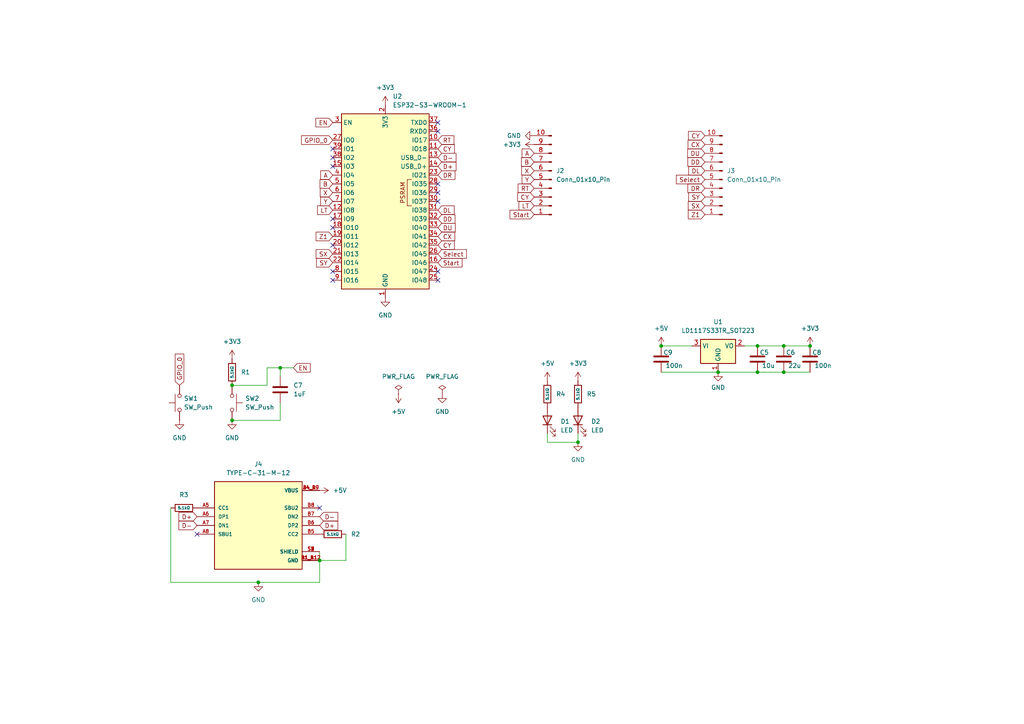
<source format=kicad_sch>
(kicad_sch
	(version 20250114)
	(generator "eeschema")
	(generator_version "9.0")
	(uuid "8d2c0492-909d-4e48-946e-0fefbe450d24")
	(paper "A4")
	(lib_symbols
		(symbol "Connector:Conn_01x10_Pin"
			(pin_names
				(offset 1.016)
				(hide yes)
			)
			(exclude_from_sim no)
			(in_bom yes)
			(on_board yes)
			(property "Reference" "J"
				(at 0 12.7 0)
				(effects
					(font
						(size 1.27 1.27)
					)
				)
			)
			(property "Value" "Conn_01x10_Pin"
				(at 0 -15.24 0)
				(effects
					(font
						(size 1.27 1.27)
					)
				)
			)
			(property "Footprint" ""
				(at 0 0 0)
				(effects
					(font
						(size 1.27 1.27)
					)
					(hide yes)
				)
			)
			(property "Datasheet" "~"
				(at 0 0 0)
				(effects
					(font
						(size 1.27 1.27)
					)
					(hide yes)
				)
			)
			(property "Description" "Generic connector, single row, 01x10, script generated"
				(at 0 0 0)
				(effects
					(font
						(size 1.27 1.27)
					)
					(hide yes)
				)
			)
			(property "ki_locked" ""
				(at 0 0 0)
				(effects
					(font
						(size 1.27 1.27)
					)
				)
			)
			(property "ki_keywords" "connector"
				(at 0 0 0)
				(effects
					(font
						(size 1.27 1.27)
					)
					(hide yes)
				)
			)
			(property "ki_fp_filters" "Connector*:*_1x??_*"
				(at 0 0 0)
				(effects
					(font
						(size 1.27 1.27)
					)
					(hide yes)
				)
			)
			(symbol "Conn_01x10_Pin_1_1"
				(rectangle
					(start 0.8636 10.287)
					(end 0 10.033)
					(stroke
						(width 0.1524)
						(type default)
					)
					(fill
						(type outline)
					)
				)
				(rectangle
					(start 0.8636 7.747)
					(end 0 7.493)
					(stroke
						(width 0.1524)
						(type default)
					)
					(fill
						(type outline)
					)
				)
				(rectangle
					(start 0.8636 5.207)
					(end 0 4.953)
					(stroke
						(width 0.1524)
						(type default)
					)
					(fill
						(type outline)
					)
				)
				(rectangle
					(start 0.8636 2.667)
					(end 0 2.413)
					(stroke
						(width 0.1524)
						(type default)
					)
					(fill
						(type outline)
					)
				)
				(rectangle
					(start 0.8636 0.127)
					(end 0 -0.127)
					(stroke
						(width 0.1524)
						(type default)
					)
					(fill
						(type outline)
					)
				)
				(rectangle
					(start 0.8636 -2.413)
					(end 0 -2.667)
					(stroke
						(width 0.1524)
						(type default)
					)
					(fill
						(type outline)
					)
				)
				(rectangle
					(start 0.8636 -4.953)
					(end 0 -5.207)
					(stroke
						(width 0.1524)
						(type default)
					)
					(fill
						(type outline)
					)
				)
				(rectangle
					(start 0.8636 -7.493)
					(end 0 -7.747)
					(stroke
						(width 0.1524)
						(type default)
					)
					(fill
						(type outline)
					)
				)
				(rectangle
					(start 0.8636 -10.033)
					(end 0 -10.287)
					(stroke
						(width 0.1524)
						(type default)
					)
					(fill
						(type outline)
					)
				)
				(rectangle
					(start 0.8636 -12.573)
					(end 0 -12.827)
					(stroke
						(width 0.1524)
						(type default)
					)
					(fill
						(type outline)
					)
				)
				(polyline
					(pts
						(xy 1.27 10.16) (xy 0.8636 10.16)
					)
					(stroke
						(width 0.1524)
						(type default)
					)
					(fill
						(type none)
					)
				)
				(polyline
					(pts
						(xy 1.27 7.62) (xy 0.8636 7.62)
					)
					(stroke
						(width 0.1524)
						(type default)
					)
					(fill
						(type none)
					)
				)
				(polyline
					(pts
						(xy 1.27 5.08) (xy 0.8636 5.08)
					)
					(stroke
						(width 0.1524)
						(type default)
					)
					(fill
						(type none)
					)
				)
				(polyline
					(pts
						(xy 1.27 2.54) (xy 0.8636 2.54)
					)
					(stroke
						(width 0.1524)
						(type default)
					)
					(fill
						(type none)
					)
				)
				(polyline
					(pts
						(xy 1.27 0) (xy 0.8636 0)
					)
					(stroke
						(width 0.1524)
						(type default)
					)
					(fill
						(type none)
					)
				)
				(polyline
					(pts
						(xy 1.27 -2.54) (xy 0.8636 -2.54)
					)
					(stroke
						(width 0.1524)
						(type default)
					)
					(fill
						(type none)
					)
				)
				(polyline
					(pts
						(xy 1.27 -5.08) (xy 0.8636 -5.08)
					)
					(stroke
						(width 0.1524)
						(type default)
					)
					(fill
						(type none)
					)
				)
				(polyline
					(pts
						(xy 1.27 -7.62) (xy 0.8636 -7.62)
					)
					(stroke
						(width 0.1524)
						(type default)
					)
					(fill
						(type none)
					)
				)
				(polyline
					(pts
						(xy 1.27 -10.16) (xy 0.8636 -10.16)
					)
					(stroke
						(width 0.1524)
						(type default)
					)
					(fill
						(type none)
					)
				)
				(polyline
					(pts
						(xy 1.27 -12.7) (xy 0.8636 -12.7)
					)
					(stroke
						(width 0.1524)
						(type default)
					)
					(fill
						(type none)
					)
				)
				(pin passive line
					(at 5.08 10.16 180)
					(length 3.81)
					(name "Pin_1"
						(effects
							(font
								(size 1.27 1.27)
							)
						)
					)
					(number "1"
						(effects
							(font
								(size 1.27 1.27)
							)
						)
					)
				)
				(pin passive line
					(at 5.08 7.62 180)
					(length 3.81)
					(name "Pin_2"
						(effects
							(font
								(size 1.27 1.27)
							)
						)
					)
					(number "2"
						(effects
							(font
								(size 1.27 1.27)
							)
						)
					)
				)
				(pin passive line
					(at 5.08 5.08 180)
					(length 3.81)
					(name "Pin_3"
						(effects
							(font
								(size 1.27 1.27)
							)
						)
					)
					(number "3"
						(effects
							(font
								(size 1.27 1.27)
							)
						)
					)
				)
				(pin passive line
					(at 5.08 2.54 180)
					(length 3.81)
					(name "Pin_4"
						(effects
							(font
								(size 1.27 1.27)
							)
						)
					)
					(number "4"
						(effects
							(font
								(size 1.27 1.27)
							)
						)
					)
				)
				(pin passive line
					(at 5.08 0 180)
					(length 3.81)
					(name "Pin_5"
						(effects
							(font
								(size 1.27 1.27)
							)
						)
					)
					(number "5"
						(effects
							(font
								(size 1.27 1.27)
							)
						)
					)
				)
				(pin passive line
					(at 5.08 -2.54 180)
					(length 3.81)
					(name "Pin_6"
						(effects
							(font
								(size 1.27 1.27)
							)
						)
					)
					(number "6"
						(effects
							(font
								(size 1.27 1.27)
							)
						)
					)
				)
				(pin passive line
					(at 5.08 -5.08 180)
					(length 3.81)
					(name "Pin_7"
						(effects
							(font
								(size 1.27 1.27)
							)
						)
					)
					(number "7"
						(effects
							(font
								(size 1.27 1.27)
							)
						)
					)
				)
				(pin passive line
					(at 5.08 -7.62 180)
					(length 3.81)
					(name "Pin_8"
						(effects
							(font
								(size 1.27 1.27)
							)
						)
					)
					(number "8"
						(effects
							(font
								(size 1.27 1.27)
							)
						)
					)
				)
				(pin passive line
					(at 5.08 -10.16 180)
					(length 3.81)
					(name "Pin_9"
						(effects
							(font
								(size 1.27 1.27)
							)
						)
					)
					(number "9"
						(effects
							(font
								(size 1.27 1.27)
							)
						)
					)
				)
				(pin passive line
					(at 5.08 -12.7 180)
					(length 3.81)
					(name "Pin_10"
						(effects
							(font
								(size 1.27 1.27)
							)
						)
					)
					(number "10"
						(effects
							(font
								(size 1.27 1.27)
							)
						)
					)
				)
			)
			(embedded_fonts no)
		)
		(symbol "Device:C"
			(pin_numbers
				(hide yes)
			)
			(pin_names
				(offset 0.254)
			)
			(exclude_from_sim no)
			(in_bom yes)
			(on_board yes)
			(property "Reference" "C"
				(at 0.635 2.54 0)
				(effects
					(font
						(size 1.27 1.27)
					)
					(justify left)
				)
			)
			(property "Value" "C"
				(at 0.635 -2.54 0)
				(effects
					(font
						(size 1.27 1.27)
					)
					(justify left)
				)
			)
			(property "Footprint" ""
				(at 0.9652 -3.81 0)
				(effects
					(font
						(size 1.27 1.27)
					)
					(hide yes)
				)
			)
			(property "Datasheet" "~"
				(at 0 0 0)
				(effects
					(font
						(size 1.27 1.27)
					)
					(hide yes)
				)
			)
			(property "Description" "Unpolarized capacitor"
				(at 0 0 0)
				(effects
					(font
						(size 1.27 1.27)
					)
					(hide yes)
				)
			)
			(property "ki_keywords" "cap capacitor"
				(at 0 0 0)
				(effects
					(font
						(size 1.27 1.27)
					)
					(hide yes)
				)
			)
			(property "ki_fp_filters" "C_*"
				(at 0 0 0)
				(effects
					(font
						(size 1.27 1.27)
					)
					(hide yes)
				)
			)
			(symbol "C_0_1"
				(polyline
					(pts
						(xy -2.032 0.762) (xy 2.032 0.762)
					)
					(stroke
						(width 0.508)
						(type default)
					)
					(fill
						(type none)
					)
				)
				(polyline
					(pts
						(xy -2.032 -0.762) (xy 2.032 -0.762)
					)
					(stroke
						(width 0.508)
						(type default)
					)
					(fill
						(type none)
					)
				)
			)
			(symbol "C_1_1"
				(pin passive line
					(at 0 3.81 270)
					(length 2.794)
					(name "~"
						(effects
							(font
								(size 1.27 1.27)
							)
						)
					)
					(number "1"
						(effects
							(font
								(size 1.27 1.27)
							)
						)
					)
				)
				(pin passive line
					(at 0 -3.81 90)
					(length 2.794)
					(name "~"
						(effects
							(font
								(size 1.27 1.27)
							)
						)
					)
					(number "2"
						(effects
							(font
								(size 1.27 1.27)
							)
						)
					)
				)
			)
			(embedded_fonts no)
		)
		(symbol "Device:LED"
			(pin_numbers
				(hide yes)
			)
			(pin_names
				(offset 1.016)
				(hide yes)
			)
			(exclude_from_sim no)
			(in_bom yes)
			(on_board yes)
			(property "Reference" "D"
				(at 0 2.54 0)
				(effects
					(font
						(size 1.27 1.27)
					)
				)
			)
			(property "Value" "LED"
				(at 0 -2.54 0)
				(effects
					(font
						(size 1.27 1.27)
					)
				)
			)
			(property "Footprint" ""
				(at 0 0 0)
				(effects
					(font
						(size 1.27 1.27)
					)
					(hide yes)
				)
			)
			(property "Datasheet" "~"
				(at 0 0 0)
				(effects
					(font
						(size 1.27 1.27)
					)
					(hide yes)
				)
			)
			(property "Description" "Light emitting diode"
				(at 0 0 0)
				(effects
					(font
						(size 1.27 1.27)
					)
					(hide yes)
				)
			)
			(property "Sim.Pins" "1=K 2=A"
				(at 0 0 0)
				(effects
					(font
						(size 1.27 1.27)
					)
					(hide yes)
				)
			)
			(property "ki_keywords" "LED diode"
				(at 0 0 0)
				(effects
					(font
						(size 1.27 1.27)
					)
					(hide yes)
				)
			)
			(property "ki_fp_filters" "LED* LED_SMD:* LED_THT:*"
				(at 0 0 0)
				(effects
					(font
						(size 1.27 1.27)
					)
					(hide yes)
				)
			)
			(symbol "LED_0_1"
				(polyline
					(pts
						(xy -3.048 -0.762) (xy -4.572 -2.286) (xy -3.81 -2.286) (xy -4.572 -2.286) (xy -4.572 -1.524)
					)
					(stroke
						(width 0)
						(type default)
					)
					(fill
						(type none)
					)
				)
				(polyline
					(pts
						(xy -1.778 -0.762) (xy -3.302 -2.286) (xy -2.54 -2.286) (xy -3.302 -2.286) (xy -3.302 -1.524)
					)
					(stroke
						(width 0)
						(type default)
					)
					(fill
						(type none)
					)
				)
				(polyline
					(pts
						(xy -1.27 0) (xy 1.27 0)
					)
					(stroke
						(width 0)
						(type default)
					)
					(fill
						(type none)
					)
				)
				(polyline
					(pts
						(xy -1.27 -1.27) (xy -1.27 1.27)
					)
					(stroke
						(width 0.254)
						(type default)
					)
					(fill
						(type none)
					)
				)
				(polyline
					(pts
						(xy 1.27 -1.27) (xy 1.27 1.27) (xy -1.27 0) (xy 1.27 -1.27)
					)
					(stroke
						(width 0.254)
						(type default)
					)
					(fill
						(type none)
					)
				)
			)
			(symbol "LED_1_1"
				(pin passive line
					(at -3.81 0 0)
					(length 2.54)
					(name "K"
						(effects
							(font
								(size 1.27 1.27)
							)
						)
					)
					(number "1"
						(effects
							(font
								(size 1.27 1.27)
							)
						)
					)
				)
				(pin passive line
					(at 3.81 0 180)
					(length 2.54)
					(name "A"
						(effects
							(font
								(size 1.27 1.27)
							)
						)
					)
					(number "2"
						(effects
							(font
								(size 1.27 1.27)
							)
						)
					)
				)
			)
			(embedded_fonts no)
		)
		(symbol "PCM_JLCPCB-Resistors:0603,5.1kΩ"
			(pin_numbers
				(hide yes)
			)
			(pin_names
				(offset 0)
			)
			(exclude_from_sim no)
			(in_bom yes)
			(on_board yes)
			(property "Reference" "R"
				(at 1.778 0 0)
				(effects
					(font
						(size 1.27 1.27)
					)
					(justify left)
				)
			)
			(property "Value" "5.1kΩ"
				(at 0 0 90)
				(do_not_autoplace)
				(effects
					(font
						(size 0.8 0.8)
					)
				)
			)
			(property "Footprint" "PCM_JLCPCB:R_0603"
				(at -1.778 0 90)
				(effects
					(font
						(size 1.27 1.27)
					)
					(hide yes)
				)
			)
			(property "Datasheet" "https://www.lcsc.com/datasheet/lcsc_datasheet_2206010116_UNI-ROYAL-Uniroyal-Elec-0603WAF5101T5E_C23186.pdf"
				(at 0 0 0)
				(effects
					(font
						(size 1.27 1.27)
					)
					(hide yes)
				)
			)
			(property "Description" "100mW Thick Film Resistors 75V ±100ppm/°C ±1% 5.1kΩ 0603 Chip Resistor - Surface Mount ROHS"
				(at 0 0 0)
				(effects
					(font
						(size 1.27 1.27)
					)
					(hide yes)
				)
			)
			(property "LCSC" "C23186"
				(at 0 0 0)
				(effects
					(font
						(size 1.27 1.27)
					)
					(hide yes)
				)
			)
			(property "Stock" "9223405"
				(at 0 0 0)
				(effects
					(font
						(size 1.27 1.27)
					)
					(hide yes)
				)
			)
			(property "Price" "0.004USD"
				(at 0 0 0)
				(effects
					(font
						(size 1.27 1.27)
					)
					(hide yes)
				)
			)
			(property "Process" "SMT"
				(at 0 0 0)
				(effects
					(font
						(size 1.27 1.27)
					)
					(hide yes)
				)
			)
			(property "Minimum Qty" "20"
				(at 0 0 0)
				(effects
					(font
						(size 1.27 1.27)
					)
					(hide yes)
				)
			)
			(property "Attrition Qty" "10"
				(at 0 0 0)
				(effects
					(font
						(size 1.27 1.27)
					)
					(hide yes)
				)
			)
			(property "Class" "Basic Component"
				(at 0 0 0)
				(effects
					(font
						(size 1.27 1.27)
					)
					(hide yes)
				)
			)
			(property "Category" "Resistors,Chip Resistor - Surface Mount"
				(at 0 0 0)
				(effects
					(font
						(size 1.27 1.27)
					)
					(hide yes)
				)
			)
			(property "Manufacturer" "UNI-ROYAL(Uniroyal Elec)"
				(at 0 0 0)
				(effects
					(font
						(size 1.27 1.27)
					)
					(hide yes)
				)
			)
			(property "Part" "0603WAF5101T5E"
				(at 0 0 0)
				(effects
					(font
						(size 1.27 1.27)
					)
					(hide yes)
				)
			)
			(property "Resistance" "5.1kΩ"
				(at 0 0 0)
				(effects
					(font
						(size 1.27 1.27)
					)
					(hide yes)
				)
			)
			(property "Power(Watts)" "100mW"
				(at 0 0 0)
				(effects
					(font
						(size 1.27 1.27)
					)
					(hide yes)
				)
			)
			(property "Type" "Thick Film Resistors"
				(at 0 0 0)
				(effects
					(font
						(size 1.27 1.27)
					)
					(hide yes)
				)
			)
			(property "Overload Voltage (Max)" "75V"
				(at 0 0 0)
				(effects
					(font
						(size 1.27 1.27)
					)
					(hide yes)
				)
			)
			(property "Operating Temperature Range" "-55°C~+155°C"
				(at 0 0 0)
				(effects
					(font
						(size 1.27 1.27)
					)
					(hide yes)
				)
			)
			(property "Tolerance" "±1%"
				(at 0 0 0)
				(effects
					(font
						(size 1.27 1.27)
					)
					(hide yes)
				)
			)
			(property "Temperature Coefficient" "±100ppm/°C"
				(at 0 0 0)
				(effects
					(font
						(size 1.27 1.27)
					)
					(hide yes)
				)
			)
			(property "ki_fp_filters" "R_*"
				(at 0 0 0)
				(effects
					(font
						(size 1.27 1.27)
					)
					(hide yes)
				)
			)
			(symbol "0603,5.1kΩ_0_1"
				(rectangle
					(start -1.016 2.54)
					(end 1.016 -2.54)
					(stroke
						(width 0.254)
						(type default)
					)
					(fill
						(type none)
					)
				)
			)
			(symbol "0603,5.1kΩ_1_1"
				(pin passive line
					(at 0 3.81 270)
					(length 1.27)
					(name "~"
						(effects
							(font
								(size 1.27 1.27)
							)
						)
					)
					(number "1"
						(effects
							(font
								(size 1.27 1.27)
							)
						)
					)
				)
				(pin passive line
					(at 0 -3.81 90)
					(length 1.27)
					(name "~"
						(effects
							(font
								(size 1.27 1.27)
							)
						)
					)
					(number "2"
						(effects
							(font
								(size 1.27 1.27)
							)
						)
					)
				)
			)
			(embedded_fonts no)
		)
		(symbol "RF_Module:ESP32-S3-WROOM-1"
			(exclude_from_sim no)
			(in_bom yes)
			(on_board yes)
			(property "Reference" "U"
				(at -12.7 26.67 0)
				(effects
					(font
						(size 1.27 1.27)
					)
				)
			)
			(property "Value" "ESP32-S3-WROOM-1"
				(at 12.7 26.67 0)
				(effects
					(font
						(size 1.27 1.27)
					)
				)
			)
			(property "Footprint" "RF_Module:ESP32-S3-WROOM-1"
				(at 0 2.54 0)
				(effects
					(font
						(size 1.27 1.27)
					)
					(hide yes)
				)
			)
			(property "Datasheet" "https://www.espressif.com/sites/default/files/documentation/esp32-s3-wroom-1_wroom-1u_datasheet_en.pdf"
				(at 0 0 0)
				(effects
					(font
						(size 1.27 1.27)
					)
					(hide yes)
				)
			)
			(property "Description" "RF Module, ESP32-S3 SoC, Wi-Fi 802.11b/g/n, Bluetooth, BLE, 32-bit, 3.3V, onboard antenna, SMD"
				(at 0 0 0)
				(effects
					(font
						(size 1.27 1.27)
					)
					(hide yes)
				)
			)
			(property "ki_keywords" "RF Radio BT ESP ESP32-S3 Espressif onboard PCB antenna"
				(at 0 0 0)
				(effects
					(font
						(size 1.27 1.27)
					)
					(hide yes)
				)
			)
			(property "ki_fp_filters" "ESP32?S3?WROOM?1*"
				(at 0 0 0)
				(effects
					(font
						(size 1.27 1.27)
					)
					(hide yes)
				)
			)
			(symbol "ESP32-S3-WROOM-1_0_0"
				(rectangle
					(start -12.7 25.4)
					(end 12.7 -25.4)
					(stroke
						(width 0.254)
						(type default)
					)
					(fill
						(type background)
					)
				)
				(text "PSRAM"
					(at 5.08 2.54 900)
					(effects
						(font
							(size 1.27 1.27)
						)
					)
				)
			)
			(symbol "ESP32-S3-WROOM-1_0_1"
				(polyline
					(pts
						(xy 7.62 -1.27) (xy 6.35 -1.27) (xy 6.35 6.35) (xy 7.62 6.35)
					)
					(stroke
						(width 0)
						(type default)
					)
					(fill
						(type none)
					)
				)
			)
			(symbol "ESP32-S3-WROOM-1_1_1"
				(pin input line
					(at -15.24 22.86 0)
					(length 2.54)
					(name "EN"
						(effects
							(font
								(size 1.27 1.27)
							)
						)
					)
					(number "3"
						(effects
							(font
								(size 1.27 1.27)
							)
						)
					)
				)
				(pin bidirectional line
					(at -15.24 17.78 0)
					(length 2.54)
					(name "IO0"
						(effects
							(font
								(size 1.27 1.27)
							)
						)
					)
					(number "27"
						(effects
							(font
								(size 1.27 1.27)
							)
						)
					)
				)
				(pin bidirectional line
					(at -15.24 15.24 0)
					(length 2.54)
					(name "IO1"
						(effects
							(font
								(size 1.27 1.27)
							)
						)
					)
					(number "39"
						(effects
							(font
								(size 1.27 1.27)
							)
						)
					)
				)
				(pin bidirectional line
					(at -15.24 12.7 0)
					(length 2.54)
					(name "IO2"
						(effects
							(font
								(size 1.27 1.27)
							)
						)
					)
					(number "38"
						(effects
							(font
								(size 1.27 1.27)
							)
						)
					)
				)
				(pin bidirectional line
					(at -15.24 10.16 0)
					(length 2.54)
					(name "IO3"
						(effects
							(font
								(size 1.27 1.27)
							)
						)
					)
					(number "15"
						(effects
							(font
								(size 1.27 1.27)
							)
						)
					)
				)
				(pin bidirectional line
					(at -15.24 7.62 0)
					(length 2.54)
					(name "IO4"
						(effects
							(font
								(size 1.27 1.27)
							)
						)
					)
					(number "4"
						(effects
							(font
								(size 1.27 1.27)
							)
						)
					)
				)
				(pin bidirectional line
					(at -15.24 5.08 0)
					(length 2.54)
					(name "IO5"
						(effects
							(font
								(size 1.27 1.27)
							)
						)
					)
					(number "5"
						(effects
							(font
								(size 1.27 1.27)
							)
						)
					)
				)
				(pin bidirectional line
					(at -15.24 2.54 0)
					(length 2.54)
					(name "IO6"
						(effects
							(font
								(size 1.27 1.27)
							)
						)
					)
					(number "6"
						(effects
							(font
								(size 1.27 1.27)
							)
						)
					)
				)
				(pin bidirectional line
					(at -15.24 0 0)
					(length 2.54)
					(name "IO7"
						(effects
							(font
								(size 1.27 1.27)
							)
						)
					)
					(number "7"
						(effects
							(font
								(size 1.27 1.27)
							)
						)
					)
				)
				(pin bidirectional line
					(at -15.24 -2.54 0)
					(length 2.54)
					(name "IO8"
						(effects
							(font
								(size 1.27 1.27)
							)
						)
					)
					(number "12"
						(effects
							(font
								(size 1.27 1.27)
							)
						)
					)
				)
				(pin bidirectional line
					(at -15.24 -5.08 0)
					(length 2.54)
					(name "IO9"
						(effects
							(font
								(size 1.27 1.27)
							)
						)
					)
					(number "17"
						(effects
							(font
								(size 1.27 1.27)
							)
						)
					)
				)
				(pin bidirectional line
					(at -15.24 -7.62 0)
					(length 2.54)
					(name "IO10"
						(effects
							(font
								(size 1.27 1.27)
							)
						)
					)
					(number "18"
						(effects
							(font
								(size 1.27 1.27)
							)
						)
					)
				)
				(pin bidirectional line
					(at -15.24 -10.16 0)
					(length 2.54)
					(name "IO11"
						(effects
							(font
								(size 1.27 1.27)
							)
						)
					)
					(number "19"
						(effects
							(font
								(size 1.27 1.27)
							)
						)
					)
				)
				(pin bidirectional line
					(at -15.24 -12.7 0)
					(length 2.54)
					(name "IO12"
						(effects
							(font
								(size 1.27 1.27)
							)
						)
					)
					(number "20"
						(effects
							(font
								(size 1.27 1.27)
							)
						)
					)
				)
				(pin bidirectional line
					(at -15.24 -15.24 0)
					(length 2.54)
					(name "IO13"
						(effects
							(font
								(size 1.27 1.27)
							)
						)
					)
					(number "21"
						(effects
							(font
								(size 1.27 1.27)
							)
						)
					)
				)
				(pin bidirectional line
					(at -15.24 -17.78 0)
					(length 2.54)
					(name "IO14"
						(effects
							(font
								(size 1.27 1.27)
							)
						)
					)
					(number "22"
						(effects
							(font
								(size 1.27 1.27)
							)
						)
					)
				)
				(pin bidirectional line
					(at -15.24 -20.32 0)
					(length 2.54)
					(name "IO15"
						(effects
							(font
								(size 1.27 1.27)
							)
						)
					)
					(number "8"
						(effects
							(font
								(size 1.27 1.27)
							)
						)
					)
				)
				(pin bidirectional line
					(at -15.24 -22.86 0)
					(length 2.54)
					(name "IO16"
						(effects
							(font
								(size 1.27 1.27)
							)
						)
					)
					(number "9"
						(effects
							(font
								(size 1.27 1.27)
							)
						)
					)
				)
				(pin power_in line
					(at 0 27.94 270)
					(length 2.54)
					(name "3V3"
						(effects
							(font
								(size 1.27 1.27)
							)
						)
					)
					(number "2"
						(effects
							(font
								(size 1.27 1.27)
							)
						)
					)
				)
				(pin power_in line
					(at 0 -27.94 90)
					(length 2.54)
					(name "GND"
						(effects
							(font
								(size 1.27 1.27)
							)
						)
					)
					(number "1"
						(effects
							(font
								(size 1.27 1.27)
							)
						)
					)
				)
				(pin passive line
					(at 0 -27.94 90)
					(length 2.54)
					(hide yes)
					(name "GND"
						(effects
							(font
								(size 1.27 1.27)
							)
						)
					)
					(number "40"
						(effects
							(font
								(size 1.27 1.27)
							)
						)
					)
				)
				(pin passive line
					(at 0 -27.94 90)
					(length 2.54)
					(hide yes)
					(name "GND"
						(effects
							(font
								(size 1.27 1.27)
							)
						)
					)
					(number "41"
						(effects
							(font
								(size 1.27 1.27)
							)
						)
					)
				)
				(pin bidirectional line
					(at 15.24 22.86 180)
					(length 2.54)
					(name "TXD0"
						(effects
							(font
								(size 1.27 1.27)
							)
						)
					)
					(number "37"
						(effects
							(font
								(size 1.27 1.27)
							)
						)
					)
				)
				(pin bidirectional line
					(at 15.24 20.32 180)
					(length 2.54)
					(name "RXD0"
						(effects
							(font
								(size 1.27 1.27)
							)
						)
					)
					(number "36"
						(effects
							(font
								(size 1.27 1.27)
							)
						)
					)
				)
				(pin bidirectional line
					(at 15.24 17.78 180)
					(length 2.54)
					(name "IO17"
						(effects
							(font
								(size 1.27 1.27)
							)
						)
					)
					(number "10"
						(effects
							(font
								(size 1.27 1.27)
							)
						)
					)
				)
				(pin bidirectional line
					(at 15.24 15.24 180)
					(length 2.54)
					(name "IO18"
						(effects
							(font
								(size 1.27 1.27)
							)
						)
					)
					(number "11"
						(effects
							(font
								(size 1.27 1.27)
							)
						)
					)
				)
				(pin bidirectional line
					(at 15.24 12.7 180)
					(length 2.54)
					(name "USB_D-"
						(effects
							(font
								(size 1.27 1.27)
							)
						)
					)
					(number "13"
						(effects
							(font
								(size 1.27 1.27)
							)
						)
					)
					(alternate "IO19" bidirectional line)
				)
				(pin bidirectional line
					(at 15.24 10.16 180)
					(length 2.54)
					(name "USB_D+"
						(effects
							(font
								(size 1.27 1.27)
							)
						)
					)
					(number "14"
						(effects
							(font
								(size 1.27 1.27)
							)
						)
					)
					(alternate "IO20" bidirectional line)
				)
				(pin bidirectional line
					(at 15.24 7.62 180)
					(length 2.54)
					(name "IO21"
						(effects
							(font
								(size 1.27 1.27)
							)
						)
					)
					(number "23"
						(effects
							(font
								(size 1.27 1.27)
							)
						)
					)
				)
				(pin bidirectional line
					(at 15.24 5.08 180)
					(length 2.54)
					(name "IO35"
						(effects
							(font
								(size 1.27 1.27)
							)
						)
					)
					(number "28"
						(effects
							(font
								(size 1.27 1.27)
							)
						)
					)
				)
				(pin bidirectional line
					(at 15.24 2.54 180)
					(length 2.54)
					(name "IO36"
						(effects
							(font
								(size 1.27 1.27)
							)
						)
					)
					(number "29"
						(effects
							(font
								(size 1.27 1.27)
							)
						)
					)
				)
				(pin bidirectional line
					(at 15.24 0 180)
					(length 2.54)
					(name "IO37"
						(effects
							(font
								(size 1.27 1.27)
							)
						)
					)
					(number "30"
						(effects
							(font
								(size 1.27 1.27)
							)
						)
					)
				)
				(pin bidirectional line
					(at 15.24 -2.54 180)
					(length 2.54)
					(name "IO38"
						(effects
							(font
								(size 1.27 1.27)
							)
						)
					)
					(number "31"
						(effects
							(font
								(size 1.27 1.27)
							)
						)
					)
				)
				(pin bidirectional line
					(at 15.24 -5.08 180)
					(length 2.54)
					(name "IO39"
						(effects
							(font
								(size 1.27 1.27)
							)
						)
					)
					(number "32"
						(effects
							(font
								(size 1.27 1.27)
							)
						)
					)
				)
				(pin bidirectional line
					(at 15.24 -7.62 180)
					(length 2.54)
					(name "IO40"
						(effects
							(font
								(size 1.27 1.27)
							)
						)
					)
					(number "33"
						(effects
							(font
								(size 1.27 1.27)
							)
						)
					)
				)
				(pin bidirectional line
					(at 15.24 -10.16 180)
					(length 2.54)
					(name "IO41"
						(effects
							(font
								(size 1.27 1.27)
							)
						)
					)
					(number "34"
						(effects
							(font
								(size 1.27 1.27)
							)
						)
					)
				)
				(pin bidirectional line
					(at 15.24 -12.7 180)
					(length 2.54)
					(name "IO42"
						(effects
							(font
								(size 1.27 1.27)
							)
						)
					)
					(number "35"
						(effects
							(font
								(size 1.27 1.27)
							)
						)
					)
				)
				(pin bidirectional line
					(at 15.24 -15.24 180)
					(length 2.54)
					(name "IO45"
						(effects
							(font
								(size 1.27 1.27)
							)
						)
					)
					(number "26"
						(effects
							(font
								(size 1.27 1.27)
							)
						)
					)
				)
				(pin bidirectional line
					(at 15.24 -17.78 180)
					(length 2.54)
					(name "IO46"
						(effects
							(font
								(size 1.27 1.27)
							)
						)
					)
					(number "16"
						(effects
							(font
								(size 1.27 1.27)
							)
						)
					)
				)
				(pin bidirectional line
					(at 15.24 -20.32 180)
					(length 2.54)
					(name "IO47"
						(effects
							(font
								(size 1.27 1.27)
							)
						)
					)
					(number "24"
						(effects
							(font
								(size 1.27 1.27)
							)
						)
					)
				)
				(pin bidirectional line
					(at 15.24 -22.86 180)
					(length 2.54)
					(name "IO48"
						(effects
							(font
								(size 1.27 1.27)
							)
						)
					)
					(number "25"
						(effects
							(font
								(size 1.27 1.27)
							)
						)
					)
				)
			)
			(embedded_fonts no)
		)
		(symbol "Regulator_Linear:LD1117S33TR_SOT223"
			(exclude_from_sim no)
			(in_bom yes)
			(on_board yes)
			(property "Reference" "U"
				(at -3.81 3.175 0)
				(effects
					(font
						(size 1.27 1.27)
					)
				)
			)
			(property "Value" "LD1117S33TR_SOT223"
				(at 0 3.175 0)
				(effects
					(font
						(size 1.27 1.27)
					)
					(justify left)
				)
			)
			(property "Footprint" "Package_TO_SOT_SMD:SOT-223-3_TabPin2"
				(at 0 5.08 0)
				(effects
					(font
						(size 1.27 1.27)
					)
					(hide yes)
				)
			)
			(property "Datasheet" "http://www.st.com/st-web-ui/static/active/en/resource/technical/document/datasheet/CD00000544.pdf"
				(at 2.54 -6.35 0)
				(effects
					(font
						(size 1.27 1.27)
					)
					(hide yes)
				)
			)
			(property "Description" "800mA Fixed Low Drop Positive Voltage Regulator, Fixed Output 3.3V, SOT-223"
				(at 0 0 0)
				(effects
					(font
						(size 1.27 1.27)
					)
					(hide yes)
				)
			)
			(property "ki_keywords" "REGULATOR LDO 3.3V"
				(at 0 0 0)
				(effects
					(font
						(size 1.27 1.27)
					)
					(hide yes)
				)
			)
			(property "ki_fp_filters" "SOT?223*TabPin2*"
				(at 0 0 0)
				(effects
					(font
						(size 1.27 1.27)
					)
					(hide yes)
				)
			)
			(symbol "LD1117S33TR_SOT223_0_1"
				(rectangle
					(start -5.08 -5.08)
					(end 5.08 1.905)
					(stroke
						(width 0.254)
						(type default)
					)
					(fill
						(type background)
					)
				)
			)
			(symbol "LD1117S33TR_SOT223_1_1"
				(pin power_in line
					(at -7.62 0 0)
					(length 2.54)
					(name "VI"
						(effects
							(font
								(size 1.27 1.27)
							)
						)
					)
					(number "3"
						(effects
							(font
								(size 1.27 1.27)
							)
						)
					)
				)
				(pin power_in line
					(at 0 -7.62 90)
					(length 2.54)
					(name "GND"
						(effects
							(font
								(size 1.27 1.27)
							)
						)
					)
					(number "1"
						(effects
							(font
								(size 1.27 1.27)
							)
						)
					)
				)
				(pin power_out line
					(at 7.62 0 180)
					(length 2.54)
					(name "VO"
						(effects
							(font
								(size 1.27 1.27)
							)
						)
					)
					(number "2"
						(effects
							(font
								(size 1.27 1.27)
							)
						)
					)
				)
			)
			(embedded_fonts no)
		)
		(symbol "Switch:SW_Push"
			(pin_numbers
				(hide yes)
			)
			(pin_names
				(offset 1.016)
				(hide yes)
			)
			(exclude_from_sim no)
			(in_bom yes)
			(on_board yes)
			(property "Reference" "SW"
				(at 1.27 2.54 0)
				(effects
					(font
						(size 1.27 1.27)
					)
					(justify left)
				)
			)
			(property "Value" "SW_Push"
				(at 0 -1.524 0)
				(effects
					(font
						(size 1.27 1.27)
					)
				)
			)
			(property "Footprint" ""
				(at 0 5.08 0)
				(effects
					(font
						(size 1.27 1.27)
					)
					(hide yes)
				)
			)
			(property "Datasheet" "~"
				(at 0 5.08 0)
				(effects
					(font
						(size 1.27 1.27)
					)
					(hide yes)
				)
			)
			(property "Description" "Push button switch, generic, two pins"
				(at 0 0 0)
				(effects
					(font
						(size 1.27 1.27)
					)
					(hide yes)
				)
			)
			(property "ki_keywords" "switch normally-open pushbutton push-button"
				(at 0 0 0)
				(effects
					(font
						(size 1.27 1.27)
					)
					(hide yes)
				)
			)
			(symbol "SW_Push_0_1"
				(circle
					(center -2.032 0)
					(radius 0.508)
					(stroke
						(width 0)
						(type default)
					)
					(fill
						(type none)
					)
				)
				(polyline
					(pts
						(xy 0 1.27) (xy 0 3.048)
					)
					(stroke
						(width 0)
						(type default)
					)
					(fill
						(type none)
					)
				)
				(circle
					(center 2.032 0)
					(radius 0.508)
					(stroke
						(width 0)
						(type default)
					)
					(fill
						(type none)
					)
				)
				(polyline
					(pts
						(xy 2.54 1.27) (xy -2.54 1.27)
					)
					(stroke
						(width 0)
						(type default)
					)
					(fill
						(type none)
					)
				)
				(pin passive line
					(at -5.08 0 0)
					(length 2.54)
					(name "1"
						(effects
							(font
								(size 1.27 1.27)
							)
						)
					)
					(number "1"
						(effects
							(font
								(size 1.27 1.27)
							)
						)
					)
				)
				(pin passive line
					(at 5.08 0 180)
					(length 2.54)
					(name "2"
						(effects
							(font
								(size 1.27 1.27)
							)
						)
					)
					(number "2"
						(effects
							(font
								(size 1.27 1.27)
							)
						)
					)
				)
			)
			(embedded_fonts no)
		)
		(symbol "TYPE-C-31-M-12:TYPE-C-31-M-12"
			(pin_names
				(offset 1.016)
			)
			(exclude_from_sim no)
			(in_bom yes)
			(on_board yes)
			(property "Reference" "J"
				(at -12.7 13.462 0)
				(effects
					(font
						(size 1.27 1.27)
					)
					(justify left bottom)
				)
			)
			(property "Value" "TYPE-C-31-M-12"
				(at -12.7 -13.462 0)
				(effects
					(font
						(size 1.27 1.27)
					)
					(justify left top)
				)
			)
			(property "Footprint" "HRO_TYPE-C-31-M-12"
				(at 0 0 0)
				(effects
					(font
						(size 1.27 1.27)
					)
					(justify bottom)
					(hide yes)
				)
			)
			(property "Datasheet" ""
				(at 0 0 0)
				(effects
					(font
						(size 1.27 1.27)
					)
					(hide yes)
				)
			)
			(property "Description" ""
				(at 0 0 0)
				(effects
					(font
						(size 1.27 1.27)
					)
					(hide yes)
				)
			)
			(property "PARTREV" "2020.12.08"
				(at 0 0 0)
				(effects
					(font
						(size 1.27 1.27)
					)
					(justify bottom)
					(hide yes)
				)
			)
			(property "MANUFACTURER" "HRO Electronics Co., Ltd."
				(at 0 0 0)
				(effects
					(font
						(size 1.27 1.27)
					)
					(justify bottom)
					(hide yes)
				)
			)
			(property "SNAPEDA_PN" "TYPE-C-31-M-12"
				(at 0 0 0)
				(effects
					(font
						(size 1.27 1.27)
					)
					(justify bottom)
					(hide yes)
				)
			)
			(property "MAXIMUM_PACKAGE_HEIGHT" "3.26 mm"
				(at 0 0 0)
				(effects
					(font
						(size 1.27 1.27)
					)
					(justify bottom)
					(hide yes)
				)
			)
			(property "STANDARD" "Manufacturer Recommendations"
				(at 0 0 0)
				(effects
					(font
						(size 1.27 1.27)
					)
					(justify bottom)
					(hide yes)
				)
			)
			(symbol "TYPE-C-31-M-12_0_0"
				(rectangle
					(start -12.7 -12.7)
					(end 12.7 12.7)
					(stroke
						(width 0.254)
						(type default)
					)
					(fill
						(type background)
					)
				)
				(pin bidirectional line
					(at -17.78 5.08 0)
					(length 5.08)
					(name "CC1"
						(effects
							(font
								(size 1.016 1.016)
							)
						)
					)
					(number "A5"
						(effects
							(font
								(size 1.016 1.016)
							)
						)
					)
				)
				(pin bidirectional line
					(at -17.78 2.54 0)
					(length 5.08)
					(name "DP1"
						(effects
							(font
								(size 1.016 1.016)
							)
						)
					)
					(number "A6"
						(effects
							(font
								(size 1.016 1.016)
							)
						)
					)
				)
				(pin bidirectional line
					(at -17.78 0 0)
					(length 5.08)
					(name "DN1"
						(effects
							(font
								(size 1.016 1.016)
							)
						)
					)
					(number "A7"
						(effects
							(font
								(size 1.016 1.016)
							)
						)
					)
				)
				(pin bidirectional line
					(at -17.78 -2.54 0)
					(length 5.08)
					(name "SBU1"
						(effects
							(font
								(size 1.016 1.016)
							)
						)
					)
					(number "A8"
						(effects
							(font
								(size 1.016 1.016)
							)
						)
					)
				)
				(pin power_in line
					(at 17.78 10.16 180)
					(length 5.08)
					(name "VBUS"
						(effects
							(font
								(size 1.016 1.016)
							)
						)
					)
					(number "A4_B9"
						(effects
							(font
								(size 1.016 1.016)
							)
						)
					)
				)
				(pin power_in line
					(at 17.78 10.16 180)
					(length 5.08)
					(name "VBUS"
						(effects
							(font
								(size 1.016 1.016)
							)
						)
					)
					(number "B4_A9"
						(effects
							(font
								(size 1.016 1.016)
							)
						)
					)
				)
				(pin bidirectional line
					(at 17.78 5.08 180)
					(length 5.08)
					(name "SBU2"
						(effects
							(font
								(size 1.016 1.016)
							)
						)
					)
					(number "B8"
						(effects
							(font
								(size 1.016 1.016)
							)
						)
					)
				)
				(pin bidirectional line
					(at 17.78 2.54 180)
					(length 5.08)
					(name "DN2"
						(effects
							(font
								(size 1.016 1.016)
							)
						)
					)
					(number "B7"
						(effects
							(font
								(size 1.016 1.016)
							)
						)
					)
				)
				(pin bidirectional line
					(at 17.78 0 180)
					(length 5.08)
					(name "DP2"
						(effects
							(font
								(size 1.016 1.016)
							)
						)
					)
					(number "B6"
						(effects
							(font
								(size 1.016 1.016)
							)
						)
					)
				)
				(pin bidirectional line
					(at 17.78 -2.54 180)
					(length 5.08)
					(name "CC2"
						(effects
							(font
								(size 1.016 1.016)
							)
						)
					)
					(number "B5"
						(effects
							(font
								(size 1.016 1.016)
							)
						)
					)
				)
				(pin passive line
					(at 17.78 -7.62 180)
					(length 5.08)
					(name "SHIELD"
						(effects
							(font
								(size 1.016 1.016)
							)
						)
					)
					(number "S1"
						(effects
							(font
								(size 1.016 1.016)
							)
						)
					)
				)
				(pin passive line
					(at 17.78 -7.62 180)
					(length 5.08)
					(name "SHIELD"
						(effects
							(font
								(size 1.016 1.016)
							)
						)
					)
					(number "S2"
						(effects
							(font
								(size 1.016 1.016)
							)
						)
					)
				)
				(pin passive line
					(at 17.78 -7.62 180)
					(length 5.08)
					(name "SHIELD"
						(effects
							(font
								(size 1.016 1.016)
							)
						)
					)
					(number "S3"
						(effects
							(font
								(size 1.016 1.016)
							)
						)
					)
				)
				(pin passive line
					(at 17.78 -7.62 180)
					(length 5.08)
					(name "SHIELD"
						(effects
							(font
								(size 1.016 1.016)
							)
						)
					)
					(number "S4"
						(effects
							(font
								(size 1.016 1.016)
							)
						)
					)
				)
				(pin power_in line
					(at 17.78 -10.16 180)
					(length 5.08)
					(name "GND"
						(effects
							(font
								(size 1.016 1.016)
							)
						)
					)
					(number "A1_B12"
						(effects
							(font
								(size 1.016 1.016)
							)
						)
					)
				)
				(pin power_in line
					(at 17.78 -10.16 180)
					(length 5.08)
					(name "GND"
						(effects
							(font
								(size 1.016 1.016)
							)
						)
					)
					(number "B1_A12"
						(effects
							(font
								(size 1.016 1.016)
							)
						)
					)
				)
			)
			(embedded_fonts no)
		)
		(symbol "power:+3V3"
			(power)
			(pin_numbers
				(hide yes)
			)
			(pin_names
				(offset 0)
				(hide yes)
			)
			(exclude_from_sim no)
			(in_bom yes)
			(on_board yes)
			(property "Reference" "#PWR"
				(at 0 -3.81 0)
				(effects
					(font
						(size 1.27 1.27)
					)
					(hide yes)
				)
			)
			(property "Value" "+3V3"
				(at 0 3.556 0)
				(effects
					(font
						(size 1.27 1.27)
					)
				)
			)
			(property "Footprint" ""
				(at 0 0 0)
				(effects
					(font
						(size 1.27 1.27)
					)
					(hide yes)
				)
			)
			(property "Datasheet" ""
				(at 0 0 0)
				(effects
					(font
						(size 1.27 1.27)
					)
					(hide yes)
				)
			)
			(property "Description" "Power symbol creates a global label with name \"+3V3\""
				(at 0 0 0)
				(effects
					(font
						(size 1.27 1.27)
					)
					(hide yes)
				)
			)
			(property "ki_keywords" "global power"
				(at 0 0 0)
				(effects
					(font
						(size 1.27 1.27)
					)
					(hide yes)
				)
			)
			(symbol "+3V3_0_1"
				(polyline
					(pts
						(xy -0.762 1.27) (xy 0 2.54)
					)
					(stroke
						(width 0)
						(type default)
					)
					(fill
						(type none)
					)
				)
				(polyline
					(pts
						(xy 0 2.54) (xy 0.762 1.27)
					)
					(stroke
						(width 0)
						(type default)
					)
					(fill
						(type none)
					)
				)
				(polyline
					(pts
						(xy 0 0) (xy 0 2.54)
					)
					(stroke
						(width 0)
						(type default)
					)
					(fill
						(type none)
					)
				)
			)
			(symbol "+3V3_1_1"
				(pin power_in line
					(at 0 0 90)
					(length 0)
					(name "~"
						(effects
							(font
								(size 1.27 1.27)
							)
						)
					)
					(number "1"
						(effects
							(font
								(size 1.27 1.27)
							)
						)
					)
				)
			)
			(embedded_fonts no)
		)
		(symbol "power:+5V"
			(power)
			(pin_numbers
				(hide yes)
			)
			(pin_names
				(offset 0)
				(hide yes)
			)
			(exclude_from_sim no)
			(in_bom yes)
			(on_board yes)
			(property "Reference" "#PWR"
				(at 0 -3.81 0)
				(effects
					(font
						(size 1.27 1.27)
					)
					(hide yes)
				)
			)
			(property "Value" "+5V"
				(at 0 3.556 0)
				(effects
					(font
						(size 1.27 1.27)
					)
				)
			)
			(property "Footprint" ""
				(at 0 0 0)
				(effects
					(font
						(size 1.27 1.27)
					)
					(hide yes)
				)
			)
			(property "Datasheet" ""
				(at 0 0 0)
				(effects
					(font
						(size 1.27 1.27)
					)
					(hide yes)
				)
			)
			(property "Description" "Power symbol creates a global label with name \"+5V\""
				(at 0 0 0)
				(effects
					(font
						(size 1.27 1.27)
					)
					(hide yes)
				)
			)
			(property "ki_keywords" "global power"
				(at 0 0 0)
				(effects
					(font
						(size 1.27 1.27)
					)
					(hide yes)
				)
			)
			(symbol "+5V_0_1"
				(polyline
					(pts
						(xy -0.762 1.27) (xy 0 2.54)
					)
					(stroke
						(width 0)
						(type default)
					)
					(fill
						(type none)
					)
				)
				(polyline
					(pts
						(xy 0 2.54) (xy 0.762 1.27)
					)
					(stroke
						(width 0)
						(type default)
					)
					(fill
						(type none)
					)
				)
				(polyline
					(pts
						(xy 0 0) (xy 0 2.54)
					)
					(stroke
						(width 0)
						(type default)
					)
					(fill
						(type none)
					)
				)
			)
			(symbol "+5V_1_1"
				(pin power_in line
					(at 0 0 90)
					(length 0)
					(name "~"
						(effects
							(font
								(size 1.27 1.27)
							)
						)
					)
					(number "1"
						(effects
							(font
								(size 1.27 1.27)
							)
						)
					)
				)
			)
			(embedded_fonts no)
		)
		(symbol "power:GND"
			(power)
			(pin_numbers
				(hide yes)
			)
			(pin_names
				(offset 0)
				(hide yes)
			)
			(exclude_from_sim no)
			(in_bom yes)
			(on_board yes)
			(property "Reference" "#PWR"
				(at 0 -6.35 0)
				(effects
					(font
						(size 1.27 1.27)
					)
					(hide yes)
				)
			)
			(property "Value" "GND"
				(at 0 -3.81 0)
				(effects
					(font
						(size 1.27 1.27)
					)
				)
			)
			(property "Footprint" ""
				(at 0 0 0)
				(effects
					(font
						(size 1.27 1.27)
					)
					(hide yes)
				)
			)
			(property "Datasheet" ""
				(at 0 0 0)
				(effects
					(font
						(size 1.27 1.27)
					)
					(hide yes)
				)
			)
			(property "Description" "Power symbol creates a global label with name \"GND\" , ground"
				(at 0 0 0)
				(effects
					(font
						(size 1.27 1.27)
					)
					(hide yes)
				)
			)
			(property "ki_keywords" "global power"
				(at 0 0 0)
				(effects
					(font
						(size 1.27 1.27)
					)
					(hide yes)
				)
			)
			(symbol "GND_0_1"
				(polyline
					(pts
						(xy 0 0) (xy 0 -1.27) (xy 1.27 -1.27) (xy 0 -2.54) (xy -1.27 -1.27) (xy 0 -1.27)
					)
					(stroke
						(width 0)
						(type default)
					)
					(fill
						(type none)
					)
				)
			)
			(symbol "GND_1_1"
				(pin power_in line
					(at 0 0 270)
					(length 0)
					(name "~"
						(effects
							(font
								(size 1.27 1.27)
							)
						)
					)
					(number "1"
						(effects
							(font
								(size 1.27 1.27)
							)
						)
					)
				)
			)
			(embedded_fonts no)
		)
		(symbol "power:PWR_FLAG"
			(power)
			(pin_numbers
				(hide yes)
			)
			(pin_names
				(offset 0)
				(hide yes)
			)
			(exclude_from_sim no)
			(in_bom yes)
			(on_board yes)
			(property "Reference" "#FLG"
				(at 0 1.905 0)
				(effects
					(font
						(size 1.27 1.27)
					)
					(hide yes)
				)
			)
			(property "Value" "PWR_FLAG"
				(at 0 3.81 0)
				(effects
					(font
						(size 1.27 1.27)
					)
				)
			)
			(property "Footprint" ""
				(at 0 0 0)
				(effects
					(font
						(size 1.27 1.27)
					)
					(hide yes)
				)
			)
			(property "Datasheet" "~"
				(at 0 0 0)
				(effects
					(font
						(size 1.27 1.27)
					)
					(hide yes)
				)
			)
			(property "Description" "Special symbol for telling ERC where power comes from"
				(at 0 0 0)
				(effects
					(font
						(size 1.27 1.27)
					)
					(hide yes)
				)
			)
			(property "ki_keywords" "flag power"
				(at 0 0 0)
				(effects
					(font
						(size 1.27 1.27)
					)
					(hide yes)
				)
			)
			(symbol "PWR_FLAG_0_0"
				(pin power_out line
					(at 0 0 90)
					(length 0)
					(name "~"
						(effects
							(font
								(size 1.27 1.27)
							)
						)
					)
					(number "1"
						(effects
							(font
								(size 1.27 1.27)
							)
						)
					)
				)
			)
			(symbol "PWR_FLAG_0_1"
				(polyline
					(pts
						(xy 0 0) (xy 0 1.27) (xy -1.016 1.905) (xy 0 2.54) (xy 1.016 1.905) (xy 0 1.27)
					)
					(stroke
						(width 0)
						(type default)
					)
					(fill
						(type none)
					)
				)
			)
			(embedded_fonts no)
		)
	)
	(junction
		(at 67.31 121.92)
		(diameter 0)
		(color 0 0 0 0)
		(uuid "0096a4c9-3bd8-4221-a3e4-6fd9a6d306f5")
	)
	(junction
		(at 208.28 107.95)
		(diameter 0)
		(color 0 0 0 0)
		(uuid "2740696a-6d55-43bb-841c-73cc736dcd07")
	)
	(junction
		(at 227.33 100.33)
		(diameter 0)
		(color 0 0 0 0)
		(uuid "2dddd143-38a1-4fa2-a789-828f5238ace1")
	)
	(junction
		(at 74.93 168.91)
		(diameter 0)
		(color 0 0 0 0)
		(uuid "4960e61a-df44-4cd7-ae72-cff38e6bf298")
	)
	(junction
		(at 167.64 128.27)
		(diameter 0)
		(color 0 0 0 0)
		(uuid "4f887858-8b38-4c03-b5ec-b98b6ff13757")
	)
	(junction
		(at 191.77 100.33)
		(diameter 0)
		(color 0 0 0 0)
		(uuid "63f84ed8-ad22-463e-9225-6708c42e6f82")
	)
	(junction
		(at 219.71 107.95)
		(diameter 0)
		(color 0 0 0 0)
		(uuid "7b63f623-38a6-411b-b065-b2e58453fc70")
	)
	(junction
		(at 92.71 162.56)
		(diameter 0)
		(color 0 0 0 0)
		(uuid "8b04adf5-9284-4acf-b179-c26b93e6a869")
	)
	(junction
		(at 67.31 111.76)
		(diameter 0)
		(color 0 0 0 0)
		(uuid "8c18e992-d4c3-48bf-9b92-e114ada2f21e")
	)
	(junction
		(at 227.33 107.95)
		(diameter 0)
		(color 0 0 0 0)
		(uuid "af7e2fbd-9b12-4aa1-b7d7-bbbf91ca64aa")
	)
	(junction
		(at 234.95 100.33)
		(diameter 0)
		(color 0 0 0 0)
		(uuid "aff8d321-f452-4450-8ae0-2ae786c0e553")
	)
	(junction
		(at 219.71 100.33)
		(diameter 0)
		(color 0 0 0 0)
		(uuid "be5057b8-aa1e-4e89-b947-a11ef05de2cc")
	)
	(junction
		(at 81.28 106.68)
		(diameter 0)
		(color 0 0 0 0)
		(uuid "ea8c4d5d-65cc-4e7f-90f3-8e7077690676")
	)
	(no_connect
		(at 127 53.34)
		(uuid "0ee37d2d-41b3-4a43-8164-4875ba994490")
	)
	(no_connect
		(at 96.52 63.5)
		(uuid "1122346b-981d-40e4-9cea-36e7c3ff7de2")
	)
	(no_connect
		(at 127 38.1)
		(uuid "124878dc-8b83-4a21-bed8-bac776d21321")
	)
	(no_connect
		(at 96.52 81.28)
		(uuid "1eda781f-1881-4c0a-a298-81993793cd0e")
	)
	(no_connect
		(at 127 78.74)
		(uuid "2105040c-b3c8-49cd-93c0-ae60d6f0766f")
	)
	(no_connect
		(at 96.52 45.72)
		(uuid "3645e39a-e24f-4f3c-93f6-e361fedc2b27")
	)
	(no_connect
		(at 96.52 43.18)
		(uuid "3d76e40e-9353-4570-a6e2-fcb71d9a1375")
	)
	(no_connect
		(at 57.15 154.94)
		(uuid "491c0869-b1ee-4a9d-ad59-e7253e6db9e0")
	)
	(no_connect
		(at 127 55.88)
		(uuid "4cd802f1-249f-4286-b93f-e9df63525643")
	)
	(no_connect
		(at 96.52 71.12)
		(uuid "6498c181-485c-4169-950e-c5669b161315")
	)
	(no_connect
		(at 127 35.56)
		(uuid "78017371-f1d5-46ae-8ab3-c95861c4b817")
	)
	(no_connect
		(at 127 58.42)
		(uuid "a735ca4f-6a68-4408-9f40-a10b0e95ec8d")
	)
	(no_connect
		(at 96.52 78.74)
		(uuid "acf67ffd-a443-4f84-a5b5-e7364118e17d")
	)
	(no_connect
		(at 96.52 48.26)
		(uuid "b5622ef8-a62a-4bb6-937f-f0562507ad6c")
	)
	(no_connect
		(at 127 81.28)
		(uuid "d25fb867-3b4b-4064-9161-feea83c7d066")
	)
	(no_connect
		(at 96.52 66.04)
		(uuid "e14c0668-1e56-4fb4-9b22-d2d204ffb617")
	)
	(no_connect
		(at 92.71 147.32)
		(uuid "ea227632-758a-4fe4-b495-ecf5c536efd4")
	)
	(wire
		(pts
			(xy 100.33 154.94) (xy 100.33 162.56)
		)
		(stroke
			(width 0)
			(type default)
		)
		(uuid "07ad2bf8-7edd-4070-9e8c-9025c2927b62")
	)
	(wire
		(pts
			(xy 49.53 147.32) (xy 49.53 168.91)
		)
		(stroke
			(width 0)
			(type default)
		)
		(uuid "0d9a8e14-0e69-46ac-a7c0-4cbd53cc5e9e")
	)
	(wire
		(pts
			(xy 219.71 107.95) (xy 227.33 107.95)
		)
		(stroke
			(width 0)
			(type default)
		)
		(uuid "0dbd81a2-f974-48ce-bdfa-5c59f3a71b9a")
	)
	(wire
		(pts
			(xy 227.33 107.95) (xy 234.95 107.95)
		)
		(stroke
			(width 0)
			(type default)
		)
		(uuid "12020559-7460-472e-afa4-5a9093e47e21")
	)
	(wire
		(pts
			(xy 92.71 168.91) (xy 92.71 162.56)
		)
		(stroke
			(width 0)
			(type default)
		)
		(uuid "2853678e-f1f9-46b6-b503-116e1f3fb46d")
	)
	(wire
		(pts
			(xy 191.77 107.95) (xy 208.28 107.95)
		)
		(stroke
			(width 0)
			(type default)
		)
		(uuid "29921da1-50b7-4f9d-a34b-7e790e51bdaf")
	)
	(wire
		(pts
			(xy 227.33 100.33) (xy 234.95 100.33)
		)
		(stroke
			(width 0)
			(type default)
		)
		(uuid "37afd213-160c-482e-86dd-1f74bde87f1e")
	)
	(wire
		(pts
			(xy 158.75 128.27) (xy 167.64 128.27)
		)
		(stroke
			(width 0)
			(type default)
		)
		(uuid "54ec8d91-d718-47df-828c-c97029df1d5f")
	)
	(wire
		(pts
			(xy 100.33 162.56) (xy 92.71 162.56)
		)
		(stroke
			(width 0)
			(type default)
		)
		(uuid "6264b2d8-90ef-4492-9bb6-2212d9b0d1be")
	)
	(wire
		(pts
			(xy 67.31 121.92) (xy 81.28 121.92)
		)
		(stroke
			(width 0)
			(type default)
		)
		(uuid "6a09cb7f-abd2-4789-a9c2-292dd1e5aae9")
	)
	(wire
		(pts
			(xy 167.64 125.73) (xy 167.64 128.27)
		)
		(stroke
			(width 0)
			(type default)
		)
		(uuid "71bef173-be16-4f55-8ed4-a008b7bc289f")
	)
	(wire
		(pts
			(xy 81.28 106.68) (xy 81.28 109.22)
		)
		(stroke
			(width 0)
			(type default)
		)
		(uuid "71f8abed-006e-44ac-8806-c2f74505d155")
	)
	(wire
		(pts
			(xy 74.93 168.91) (xy 92.71 168.91)
		)
		(stroke
			(width 0)
			(type default)
		)
		(uuid "82506a64-eab3-4594-9a8c-34b1a6d89969")
	)
	(wire
		(pts
			(xy 67.31 111.76) (xy 77.47 111.76)
		)
		(stroke
			(width 0)
			(type default)
		)
		(uuid "9170819f-1a00-45d4-9e8e-cc316183bc57")
	)
	(wire
		(pts
			(xy 215.9 100.33) (xy 219.71 100.33)
		)
		(stroke
			(width 0)
			(type default)
		)
		(uuid "a5923abd-827e-4a41-850c-d4354871e124")
	)
	(wire
		(pts
			(xy 81.28 106.68) (xy 85.09 106.68)
		)
		(stroke
			(width 0)
			(type default)
		)
		(uuid "a968da05-7db6-45ef-856e-ac9a907acb0d")
	)
	(wire
		(pts
			(xy 81.28 121.92) (xy 81.28 116.84)
		)
		(stroke
			(width 0)
			(type default)
		)
		(uuid "ac2b77e5-79d8-4d03-ab24-ee4eed64dc40")
	)
	(wire
		(pts
			(xy 219.71 100.33) (xy 227.33 100.33)
		)
		(stroke
			(width 0)
			(type default)
		)
		(uuid "aec61285-ed5b-411e-9c8d-e38c0e044e49")
	)
	(wire
		(pts
			(xy 77.47 111.76) (xy 77.47 106.68)
		)
		(stroke
			(width 0)
			(type default)
		)
		(uuid "c76ef1b9-243d-4d8b-bd3b-8d258e97c64c")
	)
	(wire
		(pts
			(xy 92.71 160.02) (xy 92.71 162.56)
		)
		(stroke
			(width 0)
			(type default)
		)
		(uuid "ccf2e5c8-a5b5-493f-bbf2-7acf54bdc4af")
	)
	(wire
		(pts
			(xy 208.28 107.95) (xy 219.71 107.95)
		)
		(stroke
			(width 0)
			(type default)
		)
		(uuid "d05dca86-9de4-4202-bd5a-6832cb98f580")
	)
	(wire
		(pts
			(xy 191.77 100.33) (xy 200.66 100.33)
		)
		(stroke
			(width 0)
			(type default)
		)
		(uuid "d0ccdb77-7ad2-4670-98e8-6b3cd5c3859c")
	)
	(wire
		(pts
			(xy 158.75 125.73) (xy 158.75 128.27)
		)
		(stroke
			(width 0)
			(type default)
		)
		(uuid "d8176153-7390-454a-bee9-ef1105a5a34a")
	)
	(wire
		(pts
			(xy 77.47 106.68) (xy 81.28 106.68)
		)
		(stroke
			(width 0)
			(type default)
		)
		(uuid "da7bae14-a25c-4b62-960d-787523b789fe")
	)
	(wire
		(pts
			(xy 49.53 168.91) (xy 74.93 168.91)
		)
		(stroke
			(width 0)
			(type default)
		)
		(uuid "e12cb2fb-dcb2-4146-a966-f039630dfb79")
	)
	(global_label "Select"
		(shape input)
		(at 204.47 52.07 180)
		(fields_autoplaced yes)
		(effects
			(font
				(size 1.27 1.27)
			)
			(justify right)
		)
		(uuid "0300c03a-55bb-4254-80aa-bc2cc7268665")
		(property "Intersheetrefs" "${INTERSHEET_REFS}"
			(at 195.6186 52.07 0)
			(effects
				(font
					(size 1.27 1.27)
				)
				(justify right)
				(hide yes)
			)
		)
	)
	(global_label "D-"
		(shape input)
		(at 92.71 149.86 0)
		(fields_autoplaced yes)
		(effects
			(font
				(size 1.27 1.27)
			)
			(justify left)
		)
		(uuid "12aad370-260d-4d93-b5b9-e27affc071e9")
		(property "Intersheetrefs" "${INTERSHEET_REFS}"
			(at 98.5376 149.86 0)
			(effects
				(font
					(size 1.27 1.27)
				)
				(justify left)
				(hide yes)
			)
		)
	)
	(global_label "CX"
		(shape input)
		(at 204.47 41.91 180)
		(fields_autoplaced yes)
		(effects
			(font
				(size 1.27 1.27)
			)
			(justify right)
		)
		(uuid "15b93f16-67e6-414d-8c15-3d64ccfe25dc")
		(property "Intersheetrefs" "${INTERSHEET_REFS}"
			(at 199.0053 41.91 0)
			(effects
				(font
					(size 1.27 1.27)
				)
				(justify right)
				(hide yes)
			)
		)
	)
	(global_label "DU"
		(shape input)
		(at 127 66.04 0)
		(fields_autoplaced yes)
		(effects
			(font
				(size 1.27 1.27)
			)
			(justify left)
		)
		(uuid "223dc491-1377-4b2e-997e-feb6b8c3242b")
		(property "Intersheetrefs" "${INTERSHEET_REFS}"
			(at 132.5857 66.04 0)
			(effects
				(font
					(size 1.27 1.27)
				)
				(justify left)
				(hide yes)
			)
		)
	)
	(global_label "D+"
		(shape input)
		(at 57.15 149.86 180)
		(fields_autoplaced yes)
		(effects
			(font
				(size 1.27 1.27)
			)
			(justify right)
		)
		(uuid "2f429432-2f0f-4817-92ff-242453dd083f")
		(property "Intersheetrefs" "${INTERSHEET_REFS}"
			(at 51.3224 149.86 0)
			(effects
				(font
					(size 1.27 1.27)
				)
				(justify right)
				(hide yes)
			)
		)
	)
	(global_label "EN"
		(shape input)
		(at 96.52 35.56 180)
		(fields_autoplaced yes)
		(effects
			(font
				(size 1.27 1.27)
			)
			(justify right)
		)
		(uuid "35b2f361-d0c2-48c6-b141-9309fa7ad92b")
		(property "Intersheetrefs" "${INTERSHEET_REFS}"
			(at 91.0553 35.56 0)
			(effects
				(font
					(size 1.27 1.27)
				)
				(justify right)
				(hide yes)
			)
		)
	)
	(global_label "D-"
		(shape input)
		(at 127 45.72 0)
		(fields_autoplaced yes)
		(effects
			(font
				(size 1.27 1.27)
			)
			(justify left)
		)
		(uuid "390c3d4f-c27e-40c6-858a-0765a468ab2e")
		(property "Intersheetrefs" "${INTERSHEET_REFS}"
			(at 132.8276 45.72 0)
			(effects
				(font
					(size 1.27 1.27)
				)
				(justify left)
				(hide yes)
			)
		)
	)
	(global_label "D+"
		(shape input)
		(at 127 48.26 0)
		(fields_autoplaced yes)
		(effects
			(font
				(size 1.27 1.27)
			)
			(justify left)
		)
		(uuid "3ba74138-9daa-455a-9d94-e76f5ebfb5e0")
		(property "Intersheetrefs" "${INTERSHEET_REFS}"
			(at 132.8276 48.26 0)
			(effects
				(font
					(size 1.27 1.27)
				)
				(justify left)
				(hide yes)
			)
		)
	)
	(global_label "DD"
		(shape input)
		(at 127 63.5 0)
		(fields_autoplaced yes)
		(effects
			(font
				(size 1.27 1.27)
			)
			(justify left)
		)
		(uuid "4470b675-b8da-4fa5-8e97-3103539d4ea0")
		(property "Intersheetrefs" "${INTERSHEET_REFS}"
			(at 132.5252 63.5 0)
			(effects
				(font
					(size 1.27 1.27)
				)
				(justify left)
				(hide yes)
			)
		)
	)
	(global_label "Z1"
		(shape input)
		(at 96.52 68.58 180)
		(fields_autoplaced yes)
		(effects
			(font
				(size 1.27 1.27)
			)
			(justify right)
		)
		(uuid "461609a7-8e60-42b5-b533-e8bfbe03adbf")
		(property "Intersheetrefs" "${INTERSHEET_REFS}"
			(at 91.1158 68.58 0)
			(effects
				(font
					(size 1.27 1.27)
				)
				(justify right)
				(hide yes)
			)
		)
	)
	(global_label "SY"
		(shape input)
		(at 96.52 76.2 180)
		(fields_autoplaced yes)
		(effects
			(font
				(size 1.27 1.27)
			)
			(justify right)
		)
		(uuid "46ee28f0-abba-4768-96b3-ceb7025b3fcf")
		(property "Intersheetrefs" "${INTERSHEET_REFS}"
			(at 91.2367 76.2 0)
			(effects
				(font
					(size 1.27 1.27)
				)
				(justify right)
				(hide yes)
			)
		)
	)
	(global_label "CY"
		(shape input)
		(at 127 71.12 0)
		(fields_autoplaced yes)
		(effects
			(font
				(size 1.27 1.27)
			)
			(justify left)
		)
		(uuid "52d03eea-7c53-4bb5-9007-0755468490de")
		(property "Intersheetrefs" "${INTERSHEET_REFS}"
			(at 132.3438 71.12 0)
			(effects
				(font
					(size 1.27 1.27)
				)
				(justify left)
				(hide yes)
			)
		)
	)
	(global_label "RT"
		(shape input)
		(at 154.94 54.61 180)
		(fields_autoplaced yes)
		(effects
			(font
				(size 1.27 1.27)
			)
			(justify right)
		)
		(uuid "5696603b-66aa-4b9e-850b-09ed3399fb13")
		(property "Intersheetrefs" "${INTERSHEET_REFS}"
			(at 149.7172 54.61 0)
			(effects
				(font
					(size 1.27 1.27)
				)
				(justify right)
				(hide yes)
			)
		)
	)
	(global_label "SX"
		(shape input)
		(at 204.47 59.69 180)
		(fields_autoplaced yes)
		(effects
			(font
				(size 1.27 1.27)
			)
			(justify right)
		)
		(uuid "5aee3a7f-0791-4170-91d3-b1b43bc14c1e")
		(property "Intersheetrefs" "${INTERSHEET_REFS}"
			(at 199.0658 59.69 0)
			(effects
				(font
					(size 1.27 1.27)
				)
				(justify right)
				(hide yes)
			)
		)
	)
	(global_label "Start"
		(shape input)
		(at 127 76.2 0)
		(fields_autoplaced yes)
		(effects
			(font
				(size 1.27 1.27)
			)
			(justify left)
		)
		(uuid "6915802d-138a-4596-b45f-8ff27735477a")
		(property "Intersheetrefs" "${INTERSHEET_REFS}"
			(at 134.5813 76.2 0)
			(effects
				(font
					(size 1.27 1.27)
				)
				(justify left)
				(hide yes)
			)
		)
	)
	(global_label "Start"
		(shape input)
		(at 154.94 62.23 180)
		(fields_autoplaced yes)
		(effects
			(font
				(size 1.27 1.27)
			)
			(justify right)
		)
		(uuid "6a721c71-c8c3-4a6c-88bf-2326969e6ee1")
		(property "Intersheetrefs" "${INTERSHEET_REFS}"
			(at 147.3587 62.23 0)
			(effects
				(font
					(size 1.27 1.27)
				)
				(justify right)
				(hide yes)
			)
		)
	)
	(global_label "CY"
		(shape input)
		(at 127 43.18 0)
		(fields_autoplaced yes)
		(effects
			(font
				(size 1.27 1.27)
			)
			(justify left)
		)
		(uuid "6bde58e2-c0fa-4b01-917d-4381c421e31f")
		(property "Intersheetrefs" "${INTERSHEET_REFS}"
			(at 132.3438 43.18 0)
			(effects
				(font
					(size 1.27 1.27)
				)
				(justify left)
				(hide yes)
			)
		)
	)
	(global_label "RT"
		(shape input)
		(at 127 40.64 0)
		(fields_autoplaced yes)
		(effects
			(font
				(size 1.27 1.27)
			)
			(justify left)
		)
		(uuid "6f14b725-1a91-4615-8dcc-ffc562c33af6")
		(property "Intersheetrefs" "${INTERSHEET_REFS}"
			(at 132.2228 40.64 0)
			(effects
				(font
					(size 1.27 1.27)
				)
				(justify left)
				(hide yes)
			)
		)
	)
	(global_label "A"
		(shape input)
		(at 154.94 44.45 180)
		(fields_autoplaced yes)
		(effects
			(font
				(size 1.27 1.27)
			)
			(justify right)
		)
		(uuid "72532fee-7e46-4e37-a538-329d81d4a93f")
		(property "Intersheetrefs" "${INTERSHEET_REFS}"
			(at 150.8662 44.45 0)
			(effects
				(font
					(size 1.27 1.27)
				)
				(justify right)
				(hide yes)
			)
		)
	)
	(global_label "GPIO_0"
		(shape input)
		(at 52.07 111.76 90)
		(fields_autoplaced yes)
		(effects
			(font
				(size 1.27 1.27)
			)
			(justify left)
		)
		(uuid "7d33173d-46e3-4962-b674-ca3a29b644ab")
		(property "Intersheetrefs" "${INTERSHEET_REFS}"
			(at 52.07 102.1224 90)
			(effects
				(font
					(size 1.27 1.27)
				)
				(justify left)
				(hide yes)
			)
		)
	)
	(global_label "Y"
		(shape input)
		(at 154.94 52.07 180)
		(fields_autoplaced yes)
		(effects
			(font
				(size 1.27 1.27)
			)
			(justify right)
		)
		(uuid "7fab5ae1-6e21-45ff-8d1d-a741ee7f6600")
		(property "Intersheetrefs" "${INTERSHEET_REFS}"
			(at 150.8662 52.07 0)
			(effects
				(font
					(size 1.27 1.27)
				)
				(justify right)
				(hide yes)
			)
		)
	)
	(global_label "Z1"
		(shape input)
		(at 204.47 62.23 180)
		(fields_autoplaced yes)
		(effects
			(font
				(size 1.27 1.27)
			)
			(justify right)
		)
		(uuid "81c9e8d3-1212-4727-89be-25f1bb423ddf")
		(property "Intersheetrefs" "${INTERSHEET_REFS}"
			(at 199.0658 62.23 0)
			(effects
				(font
					(size 1.27 1.27)
				)
				(justify right)
				(hide yes)
			)
		)
	)
	(global_label "EN"
		(shape input)
		(at 85.09 106.68 0)
		(fields_autoplaced yes)
		(effects
			(font
				(size 1.27 1.27)
			)
			(justify left)
		)
		(uuid "82a29b94-cda4-4d8d-af65-5feced683cb4")
		(property "Intersheetrefs" "${INTERSHEET_REFS}"
			(at 90.5547 106.68 0)
			(effects
				(font
					(size 1.27 1.27)
				)
				(justify left)
				(hide yes)
			)
		)
	)
	(global_label "DR"
		(shape input)
		(at 204.47 54.61 180)
		(fields_autoplaced yes)
		(effects
			(font
				(size 1.27 1.27)
			)
			(justify right)
		)
		(uuid "841dce19-7135-4cac-8349-afc6c9e93be3")
		(property "Intersheetrefs" "${INTERSHEET_REFS}"
			(at 198.9448 54.61 0)
			(effects
				(font
					(size 1.27 1.27)
				)
				(justify right)
				(hide yes)
			)
		)
	)
	(global_label "DR"
		(shape input)
		(at 127 50.8 0)
		(fields_autoplaced yes)
		(effects
			(font
				(size 1.27 1.27)
			)
			(justify left)
		)
		(uuid "8b6c6d5d-9a98-4cbc-b827-8b571866885b")
		(property "Intersheetrefs" "${INTERSHEET_REFS}"
			(at 132.5252 50.8 0)
			(effects
				(font
					(size 1.27 1.27)
				)
				(justify left)
				(hide yes)
			)
		)
	)
	(global_label "D+"
		(shape input)
		(at 92.71 152.4 0)
		(fields_autoplaced yes)
		(effects
			(font
				(size 1.27 1.27)
			)
			(justify left)
		)
		(uuid "8cbb2617-6f9c-46b6-923f-7784219f1591")
		(property "Intersheetrefs" "${INTERSHEET_REFS}"
			(at 98.5376 152.4 0)
			(effects
				(font
					(size 1.27 1.27)
				)
				(justify left)
				(hide yes)
			)
		)
	)
	(global_label "D-"
		(shape input)
		(at 57.15 152.4 180)
		(fields_autoplaced yes)
		(effects
			(font
				(size 1.27 1.27)
			)
			(justify right)
		)
		(uuid "9e65c0c3-97d4-4675-99de-2b875565b06e")
		(property "Intersheetrefs" "${INTERSHEET_REFS}"
			(at 51.3224 152.4 0)
			(effects
				(font
					(size 1.27 1.27)
				)
				(justify right)
				(hide yes)
			)
		)
	)
	(global_label "B"
		(shape input)
		(at 154.94 46.99 180)
		(fields_autoplaced yes)
		(effects
			(font
				(size 1.27 1.27)
			)
			(justify right)
		)
		(uuid "a03bc5c4-53fc-4f1e-b770-503d5db6615e")
		(property "Intersheetrefs" "${INTERSHEET_REFS}"
			(at 150.6848 46.99 0)
			(effects
				(font
					(size 1.27 1.27)
				)
				(justify right)
				(hide yes)
			)
		)
	)
	(global_label "LT"
		(shape input)
		(at 154.94 59.69 180)
		(fields_autoplaced yes)
		(effects
			(font
				(size 1.27 1.27)
			)
			(justify right)
		)
		(uuid "b65d03a3-da93-45be-b41f-24b2725cfa7f")
		(property "Intersheetrefs" "${INTERSHEET_REFS}"
			(at 149.9591 59.69 0)
			(effects
				(font
					(size 1.27 1.27)
				)
				(justify right)
				(hide yes)
			)
		)
	)
	(global_label "DD"
		(shape input)
		(at 204.47 46.99 180)
		(fields_autoplaced yes)
		(effects
			(font
				(size 1.27 1.27)
			)
			(justify right)
		)
		(uuid "b906c01b-148b-4b93-b314-b267f346e7d8")
		(property "Intersheetrefs" "${INTERSHEET_REFS}"
			(at 198.9448 46.99 0)
			(effects
				(font
					(size 1.27 1.27)
				)
				(justify right)
				(hide yes)
			)
		)
	)
	(global_label "CY"
		(shape input)
		(at 154.94 57.15 180)
		(fields_autoplaced yes)
		(effects
			(font
				(size 1.27 1.27)
			)
			(justify right)
		)
		(uuid "ba8d8ac3-2e6c-4443-aa28-fdaf951f041e")
		(property "Intersheetrefs" "${INTERSHEET_REFS}"
			(at 149.5962 57.15 0)
			(effects
				(font
					(size 1.27 1.27)
				)
				(justify right)
				(hide yes)
			)
		)
	)
	(global_label "CX"
		(shape input)
		(at 127 68.58 0)
		(fields_autoplaced yes)
		(effects
			(font
				(size 1.27 1.27)
			)
			(justify left)
		)
		(uuid "bc9b8337-99a7-44a3-a4a0-2a61962b0afc")
		(property "Intersheetrefs" "${INTERSHEET_REFS}"
			(at 132.4647 68.58 0)
			(effects
				(font
					(size 1.27 1.27)
				)
				(justify left)
				(hide yes)
			)
		)
	)
	(global_label "SX"
		(shape input)
		(at 96.52 73.66 180)
		(fields_autoplaced yes)
		(effects
			(font
				(size 1.27 1.27)
			)
			(justify right)
		)
		(uuid "c9c720cf-0a2f-412b-98e8-8460c80499b0")
		(property "Intersheetrefs" "${INTERSHEET_REFS}"
			(at 91.1158 73.66 0)
			(effects
				(font
					(size 1.27 1.27)
				)
				(justify right)
				(hide yes)
			)
		)
	)
	(global_label "GPIO_0"
		(shape input)
		(at 96.52 40.64 180)
		(fields_autoplaced yes)
		(effects
			(font
				(size 1.27 1.27)
			)
			(justify right)
		)
		(uuid "cc7d5c68-9b92-41d8-9e2e-cac30e1146fc")
		(property "Intersheetrefs" "${INTERSHEET_REFS}"
			(at 86.8824 40.64 0)
			(effects
				(font
					(size 1.27 1.27)
				)
				(justify right)
				(hide yes)
			)
		)
	)
	(global_label "CY"
		(shape input)
		(at 204.47 39.37 180)
		(fields_autoplaced yes)
		(effects
			(font
				(size 1.27 1.27)
			)
			(justify right)
		)
		(uuid "cccc28fa-37fb-4ccc-82c4-adc72cf09516")
		(property "Intersheetrefs" "${INTERSHEET_REFS}"
			(at 199.1262 39.37 0)
			(effects
				(font
					(size 1.27 1.27)
				)
				(justify right)
				(hide yes)
			)
		)
	)
	(global_label "Y"
		(shape input)
		(at 96.52 58.42 180)
		(fields_autoplaced yes)
		(effects
			(font
				(size 1.27 1.27)
			)
			(justify right)
		)
		(uuid "ccccdb92-8878-41da-8c6f-a17f6178f135")
		(property "Intersheetrefs" "${INTERSHEET_REFS}"
			(at 92.4462 58.42 0)
			(effects
				(font
					(size 1.27 1.27)
				)
				(justify right)
				(hide yes)
			)
		)
	)
	(global_label "DU"
		(shape input)
		(at 204.47 44.45 180)
		(fields_autoplaced yes)
		(effects
			(font
				(size 1.27 1.27)
			)
			(justify right)
		)
		(uuid "cdf0bdc1-df01-450b-b4f9-a3f265798d2f")
		(property "Intersheetrefs" "${INTERSHEET_REFS}"
			(at 198.8843 44.45 0)
			(effects
				(font
					(size 1.27 1.27)
				)
				(justify right)
				(hide yes)
			)
		)
	)
	(global_label "B"
		(shape input)
		(at 96.52 53.34 180)
		(fields_autoplaced yes)
		(effects
			(font
				(size 1.27 1.27)
			)
			(justify right)
		)
		(uuid "cf266081-8cf3-405d-a785-fee48d1def6a")
		(property "Intersheetrefs" "${INTERSHEET_REFS}"
			(at 92.2648 53.34 0)
			(effects
				(font
					(size 1.27 1.27)
				)
				(justify right)
				(hide yes)
			)
		)
	)
	(global_label "Select"
		(shape input)
		(at 127 73.66 0)
		(fields_autoplaced yes)
		(effects
			(font
				(size 1.27 1.27)
			)
			(justify left)
		)
		(uuid "d244a0c3-f8af-423b-b65d-32a5e416e270")
		(property "Intersheetrefs" "${INTERSHEET_REFS}"
			(at 135.8514 73.66 0)
			(effects
				(font
					(size 1.27 1.27)
				)
				(justify left)
				(hide yes)
			)
		)
	)
	(global_label "DL"
		(shape input)
		(at 127 60.96 0)
		(fields_autoplaced yes)
		(effects
			(font
				(size 1.27 1.27)
			)
			(justify left)
		)
		(uuid "d6428ee1-8690-45de-a2fd-b903095f9793")
		(property "Intersheetrefs" "${INTERSHEET_REFS}"
			(at 132.2833 60.96 0)
			(effects
				(font
					(size 1.27 1.27)
				)
				(justify left)
				(hide yes)
			)
		)
	)
	(global_label "X"
		(shape input)
		(at 96.52 55.88 180)
		(fields_autoplaced yes)
		(effects
			(font
				(size 1.27 1.27)
			)
			(justify right)
		)
		(uuid "d6569842-61e5-41b8-a022-1dc272e38734")
		(property "Intersheetrefs" "${INTERSHEET_REFS}"
			(at 92.3253 55.88 0)
			(effects
				(font
					(size 1.27 1.27)
				)
				(justify right)
				(hide yes)
			)
		)
	)
	(global_label "SY"
		(shape input)
		(at 204.47 57.15 180)
		(fields_autoplaced yes)
		(effects
			(font
				(size 1.27 1.27)
			)
			(justify right)
		)
		(uuid "de9914d3-4c01-4148-a7e4-511f0b464419")
		(property "Intersheetrefs" "${INTERSHEET_REFS}"
			(at 199.1867 57.15 0)
			(effects
				(font
					(size 1.27 1.27)
				)
				(justify right)
				(hide yes)
			)
		)
	)
	(global_label "X"
		(shape input)
		(at 154.94 49.53 180)
		(fields_autoplaced yes)
		(effects
			(font
				(size 1.27 1.27)
			)
			(justify right)
		)
		(uuid "e09a8f8e-6689-4c13-8bf5-1f6a4e9be84c")
		(property "Intersheetrefs" "${INTERSHEET_REFS}"
			(at 150.7453 49.53 0)
			(effects
				(font
					(size 1.27 1.27)
				)
				(justify right)
				(hide yes)
			)
		)
	)
	(global_label "LT"
		(shape input)
		(at 96.52 60.96 180)
		(fields_autoplaced yes)
		(effects
			(font
				(size 1.27 1.27)
			)
			(justify right)
		)
		(uuid "e739ad6a-ada0-4848-98c5-3dd38c566fa0")
		(property "Intersheetrefs" "${INTERSHEET_REFS}"
			(at 91.5391 60.96 0)
			(effects
				(font
					(size 1.27 1.27)
				)
				(justify right)
				(hide yes)
			)
		)
	)
	(global_label "A"
		(shape input)
		(at 96.52 50.8 180)
		(fields_autoplaced yes)
		(effects
			(font
				(size 1.27 1.27)
			)
			(justify right)
		)
		(uuid "e9ce9903-6666-4aef-b287-0e9a809d5ddd")
		(property "Intersheetrefs" "${INTERSHEET_REFS}"
			(at 92.4462 50.8 0)
			(effects
				(font
					(size 1.27 1.27)
				)
				(justify right)
				(hide yes)
			)
		)
	)
	(global_label "DL"
		(shape input)
		(at 204.47 49.53 180)
		(fields_autoplaced yes)
		(effects
			(font
				(size 1.27 1.27)
			)
			(justify right)
		)
		(uuid "f77455d8-b7b2-489a-b067-7502cc3ae276")
		(property "Intersheetrefs" "${INTERSHEET_REFS}"
			(at 199.1867 49.53 0)
			(effects
				(font
					(size 1.27 1.27)
				)
				(justify right)
				(hide yes)
			)
		)
	)
	(symbol
		(lib_id "TYPE-C-31-M-12:TYPE-C-31-M-12")
		(at 74.93 152.4 0)
		(unit 1)
		(exclude_from_sim no)
		(in_bom yes)
		(on_board yes)
		(dnp no)
		(fields_autoplaced yes)
		(uuid "040674d1-cea2-444e-84ad-27a0544bdfe7")
		(property "Reference" "J4"
			(at 74.93 134.62 0)
			(effects
				(font
					(size 1.27 1.27)
				)
			)
		)
		(property "Value" "TYPE-C-31-M-12"
			(at 74.93 137.16 0)
			(effects
				(font
					(size 1.27 1.27)
				)
			)
		)
		(property "Footprint" "Type_C:Updated_TYPE-C-31-M-12"
			(at 74.93 152.4 0)
			(effects
				(font
					(size 1.27 1.27)
				)
				(justify bottom)
				(hide yes)
			)
		)
		(property "Datasheet" ""
			(at 74.93 152.4 0)
			(effects
				(font
					(size 1.27 1.27)
				)
				(hide yes)
			)
		)
		(property "Description" ""
			(at 74.93 152.4 0)
			(effects
				(font
					(size 1.27 1.27)
				)
				(hide yes)
			)
		)
		(property "PARTREV" "2020.12.08"
			(at 74.93 152.4 0)
			(effects
				(font
					(size 1.27 1.27)
				)
				(justify bottom)
				(hide yes)
			)
		)
		(property "MANUFACTURER" "HRO Electronics Co., Ltd."
			(at 74.93 152.4 0)
			(effects
				(font
					(size 1.27 1.27)
				)
				(justify bottom)
				(hide yes)
			)
		)
		(property "SNAPEDA_PN" "TYPE-C-31-M-12"
			(at 74.93 152.4 0)
			(effects
				(font
					(size 1.27 1.27)
				)
				(justify bottom)
				(hide yes)
			)
		)
		(property "MAXIMUM_PACKAGE_HEIGHT" "3.26 mm"
			(at 74.93 152.4 0)
			(effects
				(font
					(size 1.27 1.27)
				)
				(justify bottom)
				(hide yes)
			)
		)
		(property "STANDARD" "Manufacturer Recommendations"
			(at 74.93 152.4 0)
			(effects
				(font
					(size 1.27 1.27)
				)
				(justify bottom)
				(hide yes)
			)
		)
		(property "MF" "韩国韩荣"
			(at 74.93 152.4 0)
			(effects
				(font
					(size 1.27 1.27)
				)
				(hide yes)
			)
		)
		(property "MP" "TYPE-C-31-M-12"
			(at 74.93 152.4 0)
			(effects
				(font
					(size 1.27 1.27)
				)
				(hide yes)
			)
		)
		(pin "A1_B12"
			(uuid "33f6e825-a0b3-40b9-b143-9603831cc789")
		)
		(pin "A4_B9"
			(uuid "5edc4d50-48c6-48eb-aa42-cea4c472744c")
		)
		(pin "A5"
			(uuid "d99e81cc-0fb0-454d-bd6e-341680a5a306")
		)
		(pin "A6"
			(uuid "ebd29d1f-2bb0-4165-8e0d-3a441e9e05e9")
		)
		(pin "A7"
			(uuid "cd5c958f-6aee-44ea-a592-4ae5773c16d6")
		)
		(pin "A8"
			(uuid "88b551ac-0284-41a4-9f99-2e4d1dbbaf57")
		)
		(pin "B1_A12"
			(uuid "556a3e7a-fee0-45d9-a1dc-fab49d401b1c")
		)
		(pin "B4_A9"
			(uuid "1857704e-fd81-47a4-974a-97049a17e563")
		)
		(pin "B5"
			(uuid "591b532a-f41b-474c-b221-1fe55ba47db0")
		)
		(pin "B6"
			(uuid "d5e0050a-e43d-42cb-9e33-3f3179fd6a02")
		)
		(pin "B7"
			(uuid "5476acac-94de-47b7-8488-a59f9efabadc")
		)
		(pin "B8"
			(uuid "b4fc68be-aca2-4a41-a902-250bb7d2bb77")
		)
		(pin "S1"
			(uuid "f5e2e28b-c01e-4cad-896c-7a5d5c567c35")
		)
		(pin "S2"
			(uuid "4e5b579d-b2a4-454a-994c-d1f02ff5107e")
		)
		(pin "S3"
			(uuid "0de810b1-05b9-46b7-84bc-32489ec83648")
		)
		(pin "S4"
			(uuid "2363b6cd-4566-4cec-b4e8-a3fb579b7cfc")
		)
		(instances
			(project "ESP32_Reciever"
				(path "/8d2c0492-909d-4e48-946e-0fefbe450d24"
					(reference "J4")
					(unit 1)
				)
			)
		)
	)
	(symbol
		(lib_id "power:GND")
		(at 52.07 121.92 0)
		(unit 1)
		(exclude_from_sim no)
		(in_bom yes)
		(on_board yes)
		(dnp no)
		(fields_autoplaced yes)
		(uuid "0b5c94dd-5776-4db7-8cb7-43c134fde713")
		(property "Reference" "#PWR015"
			(at 52.07 128.27 0)
			(effects
				(font
					(size 1.27 1.27)
				)
				(hide yes)
			)
		)
		(property "Value" "GND"
			(at 52.07 127 0)
			(effects
				(font
					(size 1.27 1.27)
				)
			)
		)
		(property "Footprint" ""
			(at 52.07 121.92 0)
			(effects
				(font
					(size 1.27 1.27)
				)
				(hide yes)
			)
		)
		(property "Datasheet" ""
			(at 52.07 121.92 0)
			(effects
				(font
					(size 1.27 1.27)
				)
				(hide yes)
			)
		)
		(property "Description" "Power symbol creates a global label with name \"GND\" , ground"
			(at 52.07 121.92 0)
			(effects
				(font
					(size 1.27 1.27)
				)
				(hide yes)
			)
		)
		(pin "1"
			(uuid "64ae15d4-6994-4277-a69e-b4fd55808869")
		)
		(instances
			(project "ESP32_Reciever"
				(path "/8d2c0492-909d-4e48-946e-0fefbe450d24"
					(reference "#PWR015")
					(unit 1)
				)
			)
		)
	)
	(symbol
		(lib_id "power:GND")
		(at 67.31 121.92 0)
		(unit 1)
		(exclude_from_sim no)
		(in_bom yes)
		(on_board yes)
		(dnp no)
		(fields_autoplaced yes)
		(uuid "0c1277e6-7a77-4666-a19b-5a5547cefb45")
		(property "Reference" "#PWR014"
			(at 67.31 128.27 0)
			(effects
				(font
					(size 1.27 1.27)
				)
				(hide yes)
			)
		)
		(property "Value" "GND"
			(at 67.31 127 0)
			(effects
				(font
					(size 1.27 1.27)
				)
			)
		)
		(property "Footprint" ""
			(at 67.31 121.92 0)
			(effects
				(font
					(size 1.27 1.27)
				)
				(hide yes)
			)
		)
		(property "Datasheet" ""
			(at 67.31 121.92 0)
			(effects
				(font
					(size 1.27 1.27)
				)
				(hide yes)
			)
		)
		(property "Description" "Power symbol creates a global label with name \"GND\" , ground"
			(at 67.31 121.92 0)
			(effects
				(font
					(size 1.27 1.27)
				)
				(hide yes)
			)
		)
		(pin "1"
			(uuid "d09b6140-2815-4816-860e-90e5ee17babb")
		)
		(instances
			(project "ESP32_Reciever"
				(path "/8d2c0492-909d-4e48-946e-0fefbe450d24"
					(reference "#PWR014")
					(unit 1)
				)
			)
		)
	)
	(symbol
		(lib_id "power:PWR_FLAG")
		(at 115.57 114.3 0)
		(unit 1)
		(exclude_from_sim no)
		(in_bom yes)
		(on_board yes)
		(dnp no)
		(fields_autoplaced yes)
		(uuid "0d8e420b-04b6-4f42-bc8b-0f39e6c2beca")
		(property "Reference" "#FLG01"
			(at 115.57 112.395 0)
			(effects
				(font
					(size 1.27 1.27)
				)
				(hide yes)
			)
		)
		(property "Value" "PWR_FLAG"
			(at 115.57 109.22 0)
			(effects
				(font
					(size 1.27 1.27)
				)
			)
		)
		(property "Footprint" ""
			(at 115.57 114.3 0)
			(effects
				(font
					(size 1.27 1.27)
				)
				(hide yes)
			)
		)
		(property "Datasheet" "~"
			(at 115.57 114.3 0)
			(effects
				(font
					(size 1.27 1.27)
				)
				(hide yes)
			)
		)
		(property "Description" "Special symbol for telling ERC where power comes from"
			(at 115.57 114.3 0)
			(effects
				(font
					(size 1.27 1.27)
				)
				(hide yes)
			)
		)
		(pin "1"
			(uuid "227a8857-d8c7-4361-ad39-5490647ce0a7")
		)
		(instances
			(project "ESP32_Reciever"
				(path "/8d2c0492-909d-4e48-946e-0fefbe450d24"
					(reference "#FLG01")
					(unit 1)
				)
			)
		)
	)
	(symbol
		(lib_id "PCM_JLCPCB-Resistors:0603,5.1kΩ")
		(at 167.64 114.3 0)
		(unit 1)
		(exclude_from_sim no)
		(in_bom yes)
		(on_board yes)
		(dnp no)
		(fields_autoplaced yes)
		(uuid "0e03e44c-b59e-4cab-9de3-0f9805f080f3")
		(property "Reference" "R5"
			(at 170.18 114.2999 0)
			(effects
				(font
					(size 1.27 1.27)
				)
				(justify left)
			)
		)
		(property "Value" "5.1kΩ"
			(at 167.64 114.3 90)
			(do_not_autoplace yes)
			(effects
				(font
					(size 0.8 0.8)
				)
			)
		)
		(property "Footprint" "Capacitor_SMD:C_0603_1608Metric"
			(at 165.862 114.3 90)
			(effects
				(font
					(size 1.27 1.27)
				)
				(hide yes)
			)
		)
		(property "Datasheet" "https://www.lcsc.com/datasheet/lcsc_datasheet_2206010116_UNI-ROYAL-Uniroyal-Elec-0603WAF5101T5E_C23186.pdf"
			(at 167.64 114.3 0)
			(effects
				(font
					(size 1.27 1.27)
				)
				(hide yes)
			)
		)
		(property "Description" "100mW Thick Film Resistors 75V ±100ppm/°C ±1% 5.1kΩ 0603 Chip Resistor - Surface Mount ROHS"
			(at 167.64 114.3 0)
			(effects
				(font
					(size 1.27 1.27)
				)
				(hide yes)
			)
		)
		(property "LCSC" "C23186"
			(at 167.64 114.3 0)
			(effects
				(font
					(size 1.27 1.27)
				)
				(hide yes)
			)
		)
		(property "Stock" "9223405"
			(at 167.64 114.3 0)
			(effects
				(font
					(size 1.27 1.27)
				)
				(hide yes)
			)
		)
		(property "Price" "0.004USD"
			(at 167.64 114.3 0)
			(effects
				(font
					(size 1.27 1.27)
				)
				(hide yes)
			)
		)
		(property "Process" "SMT"
			(at 167.64 114.3 0)
			(effects
				(font
					(size 1.27 1.27)
				)
				(hide yes)
			)
		)
		(property "Minimum Qty" "20"
			(at 167.64 114.3 0)
			(effects
				(font
					(size 1.27 1.27)
				)
				(hide yes)
			)
		)
		(property "Attrition Qty" "10"
			(at 167.64 114.3 0)
			(effects
				(font
					(size 1.27 1.27)
				)
				(hide yes)
			)
		)
		(property "Class" "Basic Component"
			(at 167.64 114.3 0)
			(effects
				(font
					(size 1.27 1.27)
				)
				(hide yes)
			)
		)
		(property "Category" "Resistors,Chip Resistor - Surface Mount"
			(at 167.64 114.3 0)
			(effects
				(font
					(size 1.27 1.27)
				)
				(hide yes)
			)
		)
		(property "Manufacturer" "UNI-ROYAL(Uniroyal Elec)"
			(at 167.64 114.3 0)
			(effects
				(font
					(size 1.27 1.27)
				)
				(hide yes)
			)
		)
		(property "Part" "0603WAF5101T5E"
			(at 167.64 114.3 0)
			(effects
				(font
					(size 1.27 1.27)
				)
				(hide yes)
			)
		)
		(property "Resistance" "5.1kΩ"
			(at 167.64 114.3 0)
			(effects
				(font
					(size 1.27 1.27)
				)
				(hide yes)
			)
		)
		(property "Power(Watts)" "100mW"
			(at 167.64 114.3 0)
			(effects
				(font
					(size 1.27 1.27)
				)
				(hide yes)
			)
		)
		(property "Type" "Thick Film Resistors"
			(at 167.64 114.3 0)
			(effects
				(font
					(size 1.27 1.27)
				)
				(hide yes)
			)
		)
		(property "Overload Voltage (Max)" "75V"
			(at 167.64 114.3 0)
			(effects
				(font
					(size 1.27 1.27)
				)
				(hide yes)
			)
		)
		(property "Operating Temperature Range" "-55°C~+155°C"
			(at 167.64 114.3 0)
			(effects
				(font
					(size 1.27 1.27)
				)
				(hide yes)
			)
		)
		(property "Tolerance" "±1%"
			(at 167.64 114.3 0)
			(effects
				(font
					(size 1.27 1.27)
				)
				(hide yes)
			)
		)
		(property "Temperature Coefficient" "±100ppm/°C"
			(at 167.64 114.3 0)
			(effects
				(font
					(size 1.27 1.27)
				)
				(hide yes)
			)
		)
		(pin "2"
			(uuid "e9d7da42-623d-494c-b0f5-63af192d1d7f")
		)
		(pin "1"
			(uuid "a61a0430-e32b-4f0d-ac23-12bbe54ddf2a")
		)
		(instances
			(project "ESP32_Reciever"
				(path "/8d2c0492-909d-4e48-946e-0fefbe450d24"
					(reference "R5")
					(unit 1)
				)
			)
		)
	)
	(symbol
		(lib_id "Device:C")
		(at 219.71 104.14 0)
		(unit 1)
		(exclude_from_sim no)
		(in_bom yes)
		(on_board yes)
		(dnp no)
		(uuid "0fb10588-f353-4609-be53-f85479ea7565")
		(property "Reference" "C5"
			(at 220.345 102.235 0)
			(effects
				(font
					(size 1.27 1.27)
				)
				(justify left)
			)
		)
		(property "Value" "10u"
			(at 220.98 106.045 0)
			(effects
				(font
					(size 1.27 1.27)
				)
				(justify left)
			)
		)
		(property "Footprint" "Capacitor_SMD:C_0603_1608Metric"
			(at 220.6752 107.95 0)
			(effects
				(font
					(size 1.27 1.27)
				)
				(hide yes)
			)
		)
		(property "Datasheet" "~"
			(at 219.71 104.14 0)
			(effects
				(font
					(size 1.27 1.27)
				)
				(hide yes)
			)
		)
		(property "Description" "Unpolarized capacitor"
			(at 219.71 104.14 0)
			(effects
				(font
					(size 1.27 1.27)
				)
				(hide yes)
			)
		)
		(pin "1"
			(uuid "194aa9c6-b27d-466b-9b62-b25d5ca5b429")
		)
		(pin "2"
			(uuid "6797f104-5baa-4cc4-b07d-52f40cabd3ef")
		)
		(instances
			(project "ESP32_Reciever"
				(path "/8d2c0492-909d-4e48-946e-0fefbe450d24"
					(reference "C5")
					(unit 1)
				)
			)
		)
	)
	(symbol
		(lib_id "power:GND")
		(at 111.76 86.36 0)
		(unit 1)
		(exclude_from_sim no)
		(in_bom yes)
		(on_board yes)
		(dnp no)
		(fields_autoplaced yes)
		(uuid "14117e2b-fdec-4e45-9d4e-929fff2629f2")
		(property "Reference" "#PWR03"
			(at 111.76 92.71 0)
			(effects
				(font
					(size 1.27 1.27)
				)
				(hide yes)
			)
		)
		(property "Value" "GND"
			(at 111.76 91.44 0)
			(effects
				(font
					(size 1.27 1.27)
				)
			)
		)
		(property "Footprint" ""
			(at 111.76 86.36 0)
			(effects
				(font
					(size 1.27 1.27)
				)
				(hide yes)
			)
		)
		(property "Datasheet" ""
			(at 111.76 86.36 0)
			(effects
				(font
					(size 1.27 1.27)
				)
				(hide yes)
			)
		)
		(property "Description" "Power symbol creates a global label with name \"GND\" , ground"
			(at 111.76 86.36 0)
			(effects
				(font
					(size 1.27 1.27)
				)
				(hide yes)
			)
		)
		(pin "1"
			(uuid "3fdbd86a-20ec-4e5c-b923-06a4708af900")
		)
		(instances
			(project "ESP32_Reciever"
				(path "/8d2c0492-909d-4e48-946e-0fefbe450d24"
					(reference "#PWR03")
					(unit 1)
				)
			)
		)
	)
	(symbol
		(lib_id "power:+3V3")
		(at 167.64 110.49 0)
		(unit 1)
		(exclude_from_sim no)
		(in_bom yes)
		(on_board yes)
		(dnp no)
		(fields_autoplaced yes)
		(uuid "227e9a33-5960-4e71-ab99-5dee7ad7e34a")
		(property "Reference" "#PWR024"
			(at 167.64 114.3 0)
			(effects
				(font
					(size 1.27 1.27)
				)
				(hide yes)
			)
		)
		(property "Value" "+3V3"
			(at 167.64 105.41 0)
			(effects
				(font
					(size 1.27 1.27)
				)
			)
		)
		(property "Footprint" ""
			(at 167.64 110.49 0)
			(effects
				(font
					(size 1.27 1.27)
				)
				(hide yes)
			)
		)
		(property "Datasheet" ""
			(at 167.64 110.49 0)
			(effects
				(font
					(size 1.27 1.27)
				)
				(hide yes)
			)
		)
		(property "Description" "Power symbol creates a global label with name \"+3V3\""
			(at 167.64 110.49 0)
			(effects
				(font
					(size 1.27 1.27)
				)
				(hide yes)
			)
		)
		(pin "1"
			(uuid "b0c0c451-7cfd-4041-984e-7eb5dd52175e")
		)
		(instances
			(project "ESP32_Reciever"
				(path "/8d2c0492-909d-4e48-946e-0fefbe450d24"
					(reference "#PWR024")
					(unit 1)
				)
			)
		)
	)
	(symbol
		(lib_id "PCM_JLCPCB-Resistors:0603,5.1kΩ")
		(at 67.31 107.95 0)
		(unit 1)
		(exclude_from_sim no)
		(in_bom yes)
		(on_board yes)
		(dnp no)
		(fields_autoplaced yes)
		(uuid "35bd2ef5-b34d-417f-9794-5ea60910e0cd")
		(property "Reference" "R1"
			(at 69.85 107.9499 0)
			(effects
				(font
					(size 1.27 1.27)
				)
				(justify left)
			)
		)
		(property "Value" "5.1kΩ"
			(at 67.31 107.95 90)
			(do_not_autoplace yes)
			(effects
				(font
					(size 0.8 0.8)
				)
			)
		)
		(property "Footprint" "Capacitor_SMD:C_0603_1608Metric"
			(at 65.532 107.95 90)
			(effects
				(font
					(size 1.27 1.27)
				)
				(hide yes)
			)
		)
		(property "Datasheet" "https://www.lcsc.com/datasheet/lcsc_datasheet_2206010116_UNI-ROYAL-Uniroyal-Elec-0603WAF5101T5E_C23186.pdf"
			(at 67.31 107.95 0)
			(effects
				(font
					(size 1.27 1.27)
				)
				(hide yes)
			)
		)
		(property "Description" "100mW Thick Film Resistors 75V ±100ppm/°C ±1% 5.1kΩ 0603 Chip Resistor - Surface Mount ROHS"
			(at 67.31 107.95 0)
			(effects
				(font
					(size 1.27 1.27)
				)
				(hide yes)
			)
		)
		(property "LCSC" "C23186"
			(at 67.31 107.95 0)
			(effects
				(font
					(size 1.27 1.27)
				)
				(hide yes)
			)
		)
		(property "Stock" "9223405"
			(at 67.31 107.95 0)
			(effects
				(font
					(size 1.27 1.27)
				)
				(hide yes)
			)
		)
		(property "Price" "0.004USD"
			(at 67.31 107.95 0)
			(effects
				(font
					(size 1.27 1.27)
				)
				(hide yes)
			)
		)
		(property "Process" "SMT"
			(at 67.31 107.95 0)
			(effects
				(font
					(size 1.27 1.27)
				)
				(hide yes)
			)
		)
		(property "Minimum Qty" "20"
			(at 67.31 107.95 0)
			(effects
				(font
					(size 1.27 1.27)
				)
				(hide yes)
			)
		)
		(property "Attrition Qty" "10"
			(at 67.31 107.95 0)
			(effects
				(font
					(size 1.27 1.27)
				)
				(hide yes)
			)
		)
		(property "Class" "Basic Component"
			(at 67.31 107.95 0)
			(effects
				(font
					(size 1.27 1.27)
				)
				(hide yes)
			)
		)
		(property "Category" "Resistors,Chip Resistor - Surface Mount"
			(at 67.31 107.95 0)
			(effects
				(font
					(size 1.27 1.27)
				)
				(hide yes)
			)
		)
		(property "Manufacturer" "UNI-ROYAL(Uniroyal Elec)"
			(at 67.31 107.95 0)
			(effects
				(font
					(size 1.27 1.27)
				)
				(hide yes)
			)
		)
		(property "Part" "0603WAF5101T5E"
			(at 67.31 107.95 0)
			(effects
				(font
					(size 1.27 1.27)
				)
				(hide yes)
			)
		)
		(property "Resistance" "5.1kΩ"
			(at 67.31 107.95 0)
			(effects
				(font
					(size 1.27 1.27)
				)
				(hide yes)
			)
		)
		(property "Power(Watts)" "100mW"
			(at 67.31 107.95 0)
			(effects
				(font
					(size 1.27 1.27)
				)
				(hide yes)
			)
		)
		(property "Type" "Thick Film Resistors"
			(at 67.31 107.95 0)
			(effects
				(font
					(size 1.27 1.27)
				)
				(hide yes)
			)
		)
		(property "Overload Voltage (Max)" "75V"
			(at 67.31 107.95 0)
			(effects
				(font
					(size 1.27 1.27)
				)
				(hide yes)
			)
		)
		(property "Operating Temperature Range" "-55°C~+155°C"
			(at 67.31 107.95 0)
			(effects
				(font
					(size 1.27 1.27)
				)
				(hide yes)
			)
		)
		(property "Tolerance" "±1%"
			(at 67.31 107.95 0)
			(effects
				(font
					(size 1.27 1.27)
				)
				(hide yes)
			)
		)
		(property "Temperature Coefficient" "±100ppm/°C"
			(at 67.31 107.95 0)
			(effects
				(font
					(size 1.27 1.27)
				)
				(hide yes)
			)
		)
		(pin "2"
			(uuid "5acf55d9-3198-4f34-9d25-fe99db06d2d0")
		)
		(pin "1"
			(uuid "714561bf-fd3e-4c7f-ae7f-c768edc1d343")
		)
		(instances
			(project "ESP32_Reciever"
				(path "/8d2c0492-909d-4e48-946e-0fefbe450d24"
					(reference "R1")
					(unit 1)
				)
			)
		)
	)
	(symbol
		(lib_id "Regulator_Linear:LD1117S33TR_SOT223")
		(at 208.28 100.33 0)
		(unit 1)
		(exclude_from_sim no)
		(in_bom yes)
		(on_board yes)
		(dnp no)
		(fields_autoplaced yes)
		(uuid "38ba2af6-a722-47c8-8045-c4b0b65c1591")
		(property "Reference" "U1"
			(at 208.28 93.345 0)
			(effects
				(font
					(size 1.27 1.27)
				)
			)
		)
		(property "Value" "LD1117S33TR_SOT223"
			(at 208.28 95.885 0)
			(effects
				(font
					(size 1.27 1.27)
				)
			)
		)
		(property "Footprint" "Package_TO_SOT_SMD:SOT-223-3_TabPin2"
			(at 208.28 95.25 0)
			(effects
				(font
					(size 1.27 1.27)
				)
				(hide yes)
			)
		)
		(property "Datasheet" "http://www.st.com/st-web-ui/static/active/en/resource/technical/document/datasheet/CD00000544.pdf"
			(at 210.82 106.68 0)
			(effects
				(font
					(size 1.27 1.27)
				)
				(hide yes)
			)
		)
		(property "Description" "800mA Fixed Low Drop Positive Voltage Regulator, Fixed Output 3.3V, SOT-223"
			(at 208.28 100.33 0)
			(effects
				(font
					(size 1.27 1.27)
				)
				(hide yes)
			)
		)
		(pin "3"
			(uuid "b1cfc67a-838f-49d0-904a-3caf0c97108c")
		)
		(pin "1"
			(uuid "73c4d8b4-af8d-4ffb-98a2-f713689befd6")
		)
		(pin "2"
			(uuid "4fd2de5f-420d-4180-9b1c-d5200420de92")
		)
		(instances
			(project "ESP32_Reciever"
				(path "/8d2c0492-909d-4e48-946e-0fefbe450d24"
					(reference "U1")
					(unit 1)
				)
			)
		)
	)
	(symbol
		(lib_id "power:GND")
		(at 167.64 128.27 0)
		(unit 1)
		(exclude_from_sim no)
		(in_bom yes)
		(on_board yes)
		(dnp no)
		(fields_autoplaced yes)
		(uuid "3ca5bd7b-53fd-4185-8343-08080eabee5d")
		(property "Reference" "#PWR022"
			(at 167.64 134.62 0)
			(effects
				(font
					(size 1.27 1.27)
				)
				(hide yes)
			)
		)
		(property "Value" "GND"
			(at 167.64 133.35 0)
			(effects
				(font
					(size 1.27 1.27)
				)
			)
		)
		(property "Footprint" ""
			(at 167.64 128.27 0)
			(effects
				(font
					(size 1.27 1.27)
				)
				(hide yes)
			)
		)
		(property "Datasheet" ""
			(at 167.64 128.27 0)
			(effects
				(font
					(size 1.27 1.27)
				)
				(hide yes)
			)
		)
		(property "Description" "Power symbol creates a global label with name \"GND\" , ground"
			(at 167.64 128.27 0)
			(effects
				(font
					(size 1.27 1.27)
				)
				(hide yes)
			)
		)
		(pin "1"
			(uuid "6f30c6aa-b8fe-44e9-bbeb-c16c2b55641e")
		)
		(instances
			(project "ESP32_Reciever"
				(path "/8d2c0492-909d-4e48-946e-0fefbe450d24"
					(reference "#PWR022")
					(unit 1)
				)
			)
		)
	)
	(symbol
		(lib_id "Device:LED")
		(at 167.64 121.92 90)
		(unit 1)
		(exclude_from_sim no)
		(in_bom yes)
		(on_board yes)
		(dnp no)
		(fields_autoplaced yes)
		(uuid "4f2e54ae-2214-439f-99bb-c540b61ee29d")
		(property "Reference" "D2"
			(at 171.45 122.2374 90)
			(effects
				(font
					(size 1.27 1.27)
				)
				(justify right)
			)
		)
		(property "Value" "LED"
			(at 171.45 124.7774 90)
			(effects
				(font
					(size 1.27 1.27)
				)
				(justify right)
			)
		)
		(property "Footprint" "LED_SMD:LED_0603_1608Metric"
			(at 167.64 121.92 0)
			(effects
				(font
					(size 1.27 1.27)
				)
				(hide yes)
			)
		)
		(property "Datasheet" "~"
			(at 167.64 121.92 0)
			(effects
				(font
					(size 1.27 1.27)
				)
				(hide yes)
			)
		)
		(property "Description" "Light emitting diode"
			(at 167.64 121.92 0)
			(effects
				(font
					(size 1.27 1.27)
				)
				(hide yes)
			)
		)
		(property "Sim.Pins" "1=K 2=A"
			(at 167.64 121.92 0)
			(effects
				(font
					(size 1.27 1.27)
				)
				(hide yes)
			)
		)
		(pin "1"
			(uuid "88773c2c-cf34-43a1-82a0-2e79ead2e94d")
		)
		(pin "2"
			(uuid "46440131-e9a5-497c-8087-518ad1f087c2")
		)
		(instances
			(project "ESP32_Reciever"
				(path "/8d2c0492-909d-4e48-946e-0fefbe450d24"
					(reference "D2")
					(unit 1)
				)
			)
		)
	)
	(symbol
		(lib_id "Connector:Conn_01x10_Pin")
		(at 209.55 52.07 180)
		(unit 1)
		(exclude_from_sim no)
		(in_bom yes)
		(on_board yes)
		(dnp no)
		(fields_autoplaced yes)
		(uuid "4f9db01c-63d7-453d-bd1f-4215a6dd4b91")
		(property "Reference" "J3"
			(at 210.82 49.5299 0)
			(effects
				(font
					(size 1.27 1.27)
				)
				(justify right)
			)
		)
		(property "Value" "Conn_01x10_Pin"
			(at 210.82 52.0699 0)
			(effects
				(font
					(size 1.27 1.27)
				)
				(justify right)
			)
		)
		(property "Footprint" "Connector_PinHeader_2.54mm:PinHeader_1x10_P2.54mm_Vertical"
			(at 209.55 52.07 0)
			(effects
				(font
					(size 1.27 1.27)
				)
				(hide yes)
			)
		)
		(property "Datasheet" "~"
			(at 209.55 52.07 0)
			(effects
				(font
					(size 1.27 1.27)
				)
				(hide yes)
			)
		)
		(property "Description" "Generic connector, single row, 01x10, script generated"
			(at 209.55 52.07 0)
			(effects
				(font
					(size 1.27 1.27)
				)
				(hide yes)
			)
		)
		(pin "1"
			(uuid "ed9e0a25-8444-4dab-a887-5286a64e6e15")
		)
		(pin "2"
			(uuid "c4bac261-d3a4-45bc-a737-afae0fa75a23")
		)
		(pin "6"
			(uuid "d8e0ec90-a691-40d5-a551-ad09a60bb39f")
		)
		(pin "7"
			(uuid "5c441e64-2e14-4b13-a775-a5f09c259094")
		)
		(pin "4"
			(uuid "64b503bd-77d1-4307-ad0a-40bdf2f3a101")
		)
		(pin "3"
			(uuid "bc0d64d6-f886-4f1d-80c0-fc2410f7c215")
		)
		(pin "5"
			(uuid "06931d02-d1ce-433e-b8b7-8545a5dafc6f")
		)
		(pin "9"
			(uuid "06043e53-0d61-4aa8-9ad6-847c071f8f6e")
		)
		(pin "8"
			(uuid "1ffab146-63ce-4fbb-8784-25ed3f332b54")
		)
		(pin "10"
			(uuid "57a4869f-acb1-49de-be91-548fca1c3804")
		)
		(instances
			(project "ESP32_Reciever"
				(path "/8d2c0492-909d-4e48-946e-0fefbe450d24"
					(reference "J3")
					(unit 1)
				)
			)
		)
	)
	(symbol
		(lib_id "power:+5V")
		(at 191.77 100.33 0)
		(unit 1)
		(exclude_from_sim no)
		(in_bom yes)
		(on_board yes)
		(dnp no)
		(fields_autoplaced yes)
		(uuid "59df48c3-f382-46be-8efe-dbcaf940cd4b")
		(property "Reference" "#PWR09"
			(at 191.77 104.14 0)
			(effects
				(font
					(size 1.27 1.27)
				)
				(hide yes)
			)
		)
		(property "Value" "+5V"
			(at 191.77 95.25 0)
			(effects
				(font
					(size 1.27 1.27)
				)
			)
		)
		(property "Footprint" ""
			(at 191.77 100.33 0)
			(effects
				(font
					(size 1.27 1.27)
				)
				(hide yes)
			)
		)
		(property "Datasheet" ""
			(at 191.77 100.33 0)
			(effects
				(font
					(size 1.27 1.27)
				)
				(hide yes)
			)
		)
		(property "Description" "Power symbol creates a global label with name \"+5V\""
			(at 191.77 100.33 0)
			(effects
				(font
					(size 1.27 1.27)
				)
				(hide yes)
			)
		)
		(pin "1"
			(uuid "def2d263-9485-4a6f-92bc-7a0a4040b167")
		)
		(instances
			(project "ESP32_Reciever"
				(path "/8d2c0492-909d-4e48-946e-0fefbe450d24"
					(reference "#PWR09")
					(unit 1)
				)
			)
		)
	)
	(symbol
		(lib_id "PCM_JLCPCB-Resistors:0603,5.1kΩ")
		(at 158.75 114.3 0)
		(unit 1)
		(exclude_from_sim no)
		(in_bom yes)
		(on_board yes)
		(dnp no)
		(fields_autoplaced yes)
		(uuid "5fc42d99-0691-404a-84a3-97a009fb608b")
		(property "Reference" "R4"
			(at 161.29 114.2999 0)
			(effects
				(font
					(size 1.27 1.27)
				)
				(justify left)
			)
		)
		(property "Value" "5.1kΩ"
			(at 158.75 114.3 90)
			(do_not_autoplace yes)
			(effects
				(font
					(size 0.8 0.8)
				)
			)
		)
		(property "Footprint" "Capacitor_SMD:C_0603_1608Metric"
			(at 156.972 114.3 90)
			(effects
				(font
					(size 1.27 1.27)
				)
				(hide yes)
			)
		)
		(property "Datasheet" "https://www.lcsc.com/datasheet/lcsc_datasheet_2206010116_UNI-ROYAL-Uniroyal-Elec-0603WAF5101T5E_C23186.pdf"
			(at 158.75 114.3 0)
			(effects
				(font
					(size 1.27 1.27)
				)
				(hide yes)
			)
		)
		(property "Description" "100mW Thick Film Resistors 75V ±100ppm/°C ±1% 5.1kΩ 0603 Chip Resistor - Surface Mount ROHS"
			(at 158.75 114.3 0)
			(effects
				(font
					(size 1.27 1.27)
				)
				(hide yes)
			)
		)
		(property "LCSC" "C23186"
			(at 158.75 114.3 0)
			(effects
				(font
					(size 1.27 1.27)
				)
				(hide yes)
			)
		)
		(property "Stock" "9223405"
			(at 158.75 114.3 0)
			(effects
				(font
					(size 1.27 1.27)
				)
				(hide yes)
			)
		)
		(property "Price" "0.004USD"
			(at 158.75 114.3 0)
			(effects
				(font
					(size 1.27 1.27)
				)
				(hide yes)
			)
		)
		(property "Process" "SMT"
			(at 158.75 114.3 0)
			(effects
				(font
					(size 1.27 1.27)
				)
				(hide yes)
			)
		)
		(property "Minimum Qty" "20"
			(at 158.75 114.3 0)
			(effects
				(font
					(size 1.27 1.27)
				)
				(hide yes)
			)
		)
		(property "Attrition Qty" "10"
			(at 158.75 114.3 0)
			(effects
				(font
					(size 1.27 1.27)
				)
				(hide yes)
			)
		)
		(property "Class" "Basic Component"
			(at 158.75 114.3 0)
			(effects
				(font
					(size 1.27 1.27)
				)
				(hide yes)
			)
		)
		(property "Category" "Resistors,Chip Resistor - Surface Mount"
			(at 158.75 114.3 0)
			(effects
				(font
					(size 1.27 1.27)
				)
				(hide yes)
			)
		)
		(property "Manufacturer" "UNI-ROYAL(Uniroyal Elec)"
			(at 158.75 114.3 0)
			(effects
				(font
					(size 1.27 1.27)
				)
				(hide yes)
			)
		)
		(property "Part" "0603WAF5101T5E"
			(at 158.75 114.3 0)
			(effects
				(font
					(size 1.27 1.27)
				)
				(hide yes)
			)
		)
		(property "Resistance" "5.1kΩ"
			(at 158.75 114.3 0)
			(effects
				(font
					(size 1.27 1.27)
				)
				(hide yes)
			)
		)
		(property "Power(Watts)" "100mW"
			(at 158.75 114.3 0)
			(effects
				(font
					(size 1.27 1.27)
				)
				(hide yes)
			)
		)
		(property "Type" "Thick Film Resistors"
			(at 158.75 114.3 0)
			(effects
				(font
					(size 1.27 1.27)
				)
				(hide yes)
			)
		)
		(property "Overload Voltage (Max)" "75V"
			(at 158.75 114.3 0)
			(effects
				(font
					(size 1.27 1.27)
				)
				(hide yes)
			)
		)
		(property "Operating Temperature Range" "-55°C~+155°C"
			(at 158.75 114.3 0)
			(effects
				(font
					(size 1.27 1.27)
				)
				(hide yes)
			)
		)
		(property "Tolerance" "±1%"
			(at 158.75 114.3 0)
			(effects
				(font
					(size 1.27 1.27)
				)
				(hide yes)
			)
		)
		(property "Temperature Coefficient" "±100ppm/°C"
			(at 158.75 114.3 0)
			(effects
				(font
					(size 1.27 1.27)
				)
				(hide yes)
			)
		)
		(pin "2"
			(uuid "ef9ed9e5-350c-48cc-9040-ea2e880ac6c9")
		)
		(pin "1"
			(uuid "e1c478de-cbd3-464c-ad1e-577391f9609c")
		)
		(instances
			(project "ESP32_Reciever"
				(path "/8d2c0492-909d-4e48-946e-0fefbe450d24"
					(reference "R4")
					(unit 1)
				)
			)
		)
	)
	(symbol
		(lib_id "RF_Module:ESP32-S3-WROOM-1")
		(at 111.76 58.42 0)
		(unit 1)
		(exclude_from_sim no)
		(in_bom yes)
		(on_board yes)
		(dnp no)
		(fields_autoplaced yes)
		(uuid "6647cae3-a226-4464-823e-cbe1fe3f313b")
		(property "Reference" "U2"
			(at 113.9033 27.94 0)
			(effects
				(font
					(size 1.27 1.27)
				)
				(justify left)
			)
		)
		(property "Value" "ESP32-S3-WROOM-1"
			(at 113.9033 30.48 0)
			(effects
				(font
					(size 1.27 1.27)
				)
				(justify left)
			)
		)
		(property "Footprint" "RF_Module:ESP32-S3-WROOM-1"
			(at 111.76 55.88 0)
			(effects
				(font
					(size 1.27 1.27)
				)
				(hide yes)
			)
		)
		(property "Datasheet" "https://www.espressif.com/sites/default/files/documentation/esp32-s3-wroom-1_wroom-1u_datasheet_en.pdf"
			(at 111.76 58.42 0)
			(effects
				(font
					(size 1.27 1.27)
				)
				(hide yes)
			)
		)
		(property "Description" "RF Module, ESP32-S3 SoC, Wi-Fi 802.11b/g/n, Bluetooth, BLE, 32-bit, 3.3V, onboard antenna, SMD"
			(at 111.76 58.42 0)
			(effects
				(font
					(size 1.27 1.27)
				)
				(hide yes)
			)
		)
		(pin "3"
			(uuid "2045d192-9307-45d1-86a8-fdda19f02a91")
		)
		(pin "18"
			(uuid "a230f2df-d2fb-4e4e-9668-07d14dd044a6")
		)
		(pin "38"
			(uuid "843b25f7-61e9-4458-b84a-9d0a713783f4")
		)
		(pin "5"
			(uuid "995a947c-d4a3-42fd-acec-2e7dea4ed6d1")
		)
		(pin "19"
			(uuid "a7c72dbe-f20b-4f09-88c4-19a118f82bb2")
		)
		(pin "22"
			(uuid "e4ccde04-c6f8-473e-83b0-09dbde00a26f")
		)
		(pin "10"
			(uuid "2df5c636-4f1a-4802-9ee5-df9f9ba65cfe")
		)
		(pin "17"
			(uuid "f441dca3-9aeb-468b-aa54-9c34a87b86a1")
		)
		(pin "14"
			(uuid "5f56c812-e122-4c5e-a900-618e81c4d851")
		)
		(pin "27"
			(uuid "44d67b10-c784-458a-aff3-5380d7960752")
		)
		(pin "29"
			(uuid "9c292a40-c018-4e30-a2cb-d1c0e3a01a9f")
		)
		(pin "21"
			(uuid "da0c115b-5bd8-4981-b6b9-8ff77be83957")
		)
		(pin "15"
			(uuid "6ae757d2-b421-47bf-93f3-5d94afc07790")
		)
		(pin "39"
			(uuid "668e6d18-90de-4c43-812e-6dba4b9e2655")
		)
		(pin "6"
			(uuid "c7f21426-079b-459c-a4c7-1ae301467dbc")
		)
		(pin "12"
			(uuid "0bbbe23a-7289-472d-8285-794e50263cd5")
		)
		(pin "4"
			(uuid "4ca82c5e-5425-48d6-8f3b-9229d71cbb92")
		)
		(pin "20"
			(uuid "7a249333-f16c-406a-b1f1-a49bfa68b4b1")
		)
		(pin "7"
			(uuid "b1d54448-5b8c-4ba5-8e61-5c9b33791569")
		)
		(pin "9"
			(uuid "78a277d3-4a96-4bd8-a328-39bd0da906da")
		)
		(pin "2"
			(uuid "ed1df973-5157-42eb-bde1-9552c70148fa")
		)
		(pin "8"
			(uuid "cf8d3d2f-fb56-410a-b3f1-fb5038ac3eae")
		)
		(pin "1"
			(uuid "f911b437-8926-45be-84db-712eb5bd9fd9")
		)
		(pin "40"
			(uuid "a6f3898d-c7eb-4851-a50b-8a1eade636b5")
		)
		(pin "41"
			(uuid "4cfe2123-dc24-4c31-99dd-f8e91fc61c67")
		)
		(pin "37"
			(uuid "ded78507-9458-4fac-a01c-d3eb7ed3c18e")
		)
		(pin "36"
			(uuid "044204ef-c6c5-4764-af5a-dea8fbdf3610")
		)
		(pin "11"
			(uuid "38315003-7d2a-46a9-879e-e185b7ad16db")
		)
		(pin "13"
			(uuid "bdd7ad22-50cc-4165-90db-c0388c5ac80d")
		)
		(pin "23"
			(uuid "a38ae2c4-9288-42a0-a0ed-7953f4845132")
		)
		(pin "28"
			(uuid "31a6c2f6-947a-42e5-9303-a5832607ab87")
		)
		(pin "30"
			(uuid "b927d93d-bdcd-4bbe-8312-ecd75649e5f0")
		)
		(pin "31"
			(uuid "39ea6119-cf54-47b7-92b2-5e77ec01bebf")
		)
		(pin "32"
			(uuid "d860756e-ca79-4ea4-b283-47632ccb41bd")
		)
		(pin "33"
			(uuid "1bb4a555-87f6-4792-bbfa-aff8e0880383")
		)
		(pin "34"
			(uuid "57d2ae16-5878-4ef1-bcee-8ec50dddbe24")
		)
		(pin "35"
			(uuid "8b2922fb-feee-4feb-96b8-a2a99ff4952e")
		)
		(pin "26"
			(uuid "a312df17-c370-40bd-a472-608551000af4")
		)
		(pin "24"
			(uuid "a1b95017-0376-4a3b-bbad-219f5a082876")
		)
		(pin "16"
			(uuid "de24107b-98b6-4a37-b0f0-c300c192a3f0")
		)
		(pin "25"
			(uuid "6ae9f4a0-88c1-451c-bb68-c25f815b8d93")
		)
		(instances
			(project "ESP32_Reciever"
				(path "/8d2c0492-909d-4e48-946e-0fefbe450d24"
					(reference "U2")
					(unit 1)
				)
			)
		)
	)
	(symbol
		(lib_id "Device:LED")
		(at 158.75 121.92 90)
		(unit 1)
		(exclude_from_sim no)
		(in_bom yes)
		(on_board yes)
		(dnp no)
		(fields_autoplaced yes)
		(uuid "694868dc-959e-431b-a88d-64517f00b55e")
		(property "Reference" "D1"
			(at 162.56 122.2374 90)
			(effects
				(font
					(size 1.27 1.27)
				)
				(justify right)
			)
		)
		(property "Value" "LED"
			(at 162.56 124.7774 90)
			(effects
				(font
					(size 1.27 1.27)
				)
				(justify right)
			)
		)
		(property "Footprint" "LED_SMD:LED_0603_1608Metric"
			(at 158.75 121.92 0)
			(effects
				(font
					(size 1.27 1.27)
				)
				(hide yes)
			)
		)
		(property "Datasheet" "~"
			(at 158.75 121.92 0)
			(effects
				(font
					(size 1.27 1.27)
				)
				(hide yes)
			)
		)
		(property "Description" "Light emitting diode"
			(at 158.75 121.92 0)
			(effects
				(font
					(size 1.27 1.27)
				)
				(hide yes)
			)
		)
		(property "Sim.Pins" "1=K 2=A"
			(at 158.75 121.92 0)
			(effects
				(font
					(size 1.27 1.27)
				)
				(hide yes)
			)
		)
		(pin "1"
			(uuid "e28ca588-1ee0-402c-a0d4-3f4cda7239a1")
		)
		(pin "2"
			(uuid "9c68276d-33c1-4185-9bcf-a2c359b2b9f5")
		)
		(instances
			(project "ESP32_Reciever"
				(path "/8d2c0492-909d-4e48-946e-0fefbe450d24"
					(reference "D1")
					(unit 1)
				)
			)
		)
	)
	(symbol
		(lib_id "power:GND")
		(at 74.93 168.91 0)
		(unit 1)
		(exclude_from_sim no)
		(in_bom yes)
		(on_board yes)
		(dnp no)
		(fields_autoplaced yes)
		(uuid "730405c7-6dc9-46c8-a6e9-4f8da4812caa")
		(property "Reference" "#PWR018"
			(at 74.93 175.26 0)
			(effects
				(font
					(size 1.27 1.27)
				)
				(hide yes)
			)
		)
		(property "Value" "GND"
			(at 74.93 173.99 0)
			(effects
				(font
					(size 1.27 1.27)
				)
			)
		)
		(property "Footprint" ""
			(at 74.93 168.91 0)
			(effects
				(font
					(size 1.27 1.27)
				)
				(hide yes)
			)
		)
		(property "Datasheet" ""
			(at 74.93 168.91 0)
			(effects
				(font
					(size 1.27 1.27)
				)
				(hide yes)
			)
		)
		(property "Description" "Power symbol creates a global label with name \"GND\" , ground"
			(at 74.93 168.91 0)
			(effects
				(font
					(size 1.27 1.27)
				)
				(hide yes)
			)
		)
		(pin "1"
			(uuid "dda26945-8a65-45fe-bf4b-16a49641128f")
		)
		(instances
			(project "ESP32_Reciever"
				(path "/8d2c0492-909d-4e48-946e-0fefbe450d24"
					(reference "#PWR018")
					(unit 1)
				)
			)
		)
	)
	(symbol
		(lib_id "power:GND")
		(at 154.94 39.37 270)
		(unit 1)
		(exclude_from_sim no)
		(in_bom yes)
		(on_board yes)
		(dnp no)
		(fields_autoplaced yes)
		(uuid "767247c2-aa4e-4f69-9535-e320dbd9ff50")
		(property "Reference" "#PWR04"
			(at 148.59 39.37 0)
			(effects
				(font
					(size 1.27 1.27)
				)
				(hide yes)
			)
		)
		(property "Value" "GND"
			(at 151.13 39.3699 90)
			(effects
				(font
					(size 1.27 1.27)
				)
				(justify right)
			)
		)
		(property "Footprint" ""
			(at 154.94 39.37 0)
			(effects
				(font
					(size 1.27 1.27)
				)
				(hide yes)
			)
		)
		(property "Datasheet" ""
			(at 154.94 39.37 0)
			(effects
				(font
					(size 1.27 1.27)
				)
				(hide yes)
			)
		)
		(property "Description" "Power symbol creates a global label with name \"GND\" , ground"
			(at 154.94 39.37 0)
			(effects
				(font
					(size 1.27 1.27)
				)
				(hide yes)
			)
		)
		(pin "1"
			(uuid "84f32205-3e9b-431c-abbf-dc7225758cab")
		)
		(instances
			(project "ESP32_Reciever"
				(path "/8d2c0492-909d-4e48-946e-0fefbe450d24"
					(reference "#PWR04")
					(unit 1)
				)
			)
		)
	)
	(symbol
		(lib_id "power:+5V")
		(at 158.75 110.49 0)
		(unit 1)
		(exclude_from_sim no)
		(in_bom yes)
		(on_board yes)
		(dnp no)
		(fields_autoplaced yes)
		(uuid "7d0166c2-1d85-480f-92bc-2f927d3cd4a4")
		(property "Reference" "#PWR023"
			(at 158.75 114.3 0)
			(effects
				(font
					(size 1.27 1.27)
				)
				(hide yes)
			)
		)
		(property "Value" "+5V"
			(at 158.75 105.41 0)
			(effects
				(font
					(size 1.27 1.27)
				)
			)
		)
		(property "Footprint" ""
			(at 158.75 110.49 0)
			(effects
				(font
					(size 1.27 1.27)
				)
				(hide yes)
			)
		)
		(property "Datasheet" ""
			(at 158.75 110.49 0)
			(effects
				(font
					(size 1.27 1.27)
				)
				(hide yes)
			)
		)
		(property "Description" "Power symbol creates a global label with name \"+5V\""
			(at 158.75 110.49 0)
			(effects
				(font
					(size 1.27 1.27)
				)
				(hide yes)
			)
		)
		(pin "1"
			(uuid "4fa583ec-cc9b-4e35-8be1-fdd8b2d3a371")
		)
		(instances
			(project "ESP32_Reciever"
				(path "/8d2c0492-909d-4e48-946e-0fefbe450d24"
					(reference "#PWR023")
					(unit 1)
				)
			)
		)
	)
	(symbol
		(lib_id "Device:C")
		(at 227.33 104.14 0)
		(unit 1)
		(exclude_from_sim no)
		(in_bom yes)
		(on_board yes)
		(dnp no)
		(uuid "85d05d42-e0b9-40f8-932b-64132b370461")
		(property "Reference" "C6"
			(at 227.965 102.235 0)
			(effects
				(font
					(size 1.27 1.27)
				)
				(justify left)
			)
		)
		(property "Value" "22u"
			(at 228.6 106.045 0)
			(effects
				(font
					(size 1.27 1.27)
				)
				(justify left)
			)
		)
		(property "Footprint" "Capacitor_SMD:C_0603_1608Metric"
			(at 228.2952 107.95 0)
			(effects
				(font
					(size 1.27 1.27)
				)
				(hide yes)
			)
		)
		(property "Datasheet" "~"
			(at 227.33 104.14 0)
			(effects
				(font
					(size 1.27 1.27)
				)
				(hide yes)
			)
		)
		(property "Description" "Unpolarized capacitor"
			(at 227.33 104.14 0)
			(effects
				(font
					(size 1.27 1.27)
				)
				(hide yes)
			)
		)
		(pin "1"
			(uuid "fda2a2d3-fd93-4631-ac03-0640e8d00e46")
		)
		(pin "2"
			(uuid "ba64e368-a11d-40f3-91fe-df7f18561bc9")
		)
		(instances
			(project "ESP32_Reciever"
				(path "/8d2c0492-909d-4e48-946e-0fefbe450d24"
					(reference "C6")
					(unit 1)
				)
			)
		)
	)
	(symbol
		(lib_id "Connector:Conn_01x10_Pin")
		(at 160.02 52.07 180)
		(unit 1)
		(exclude_from_sim no)
		(in_bom yes)
		(on_board yes)
		(dnp no)
		(fields_autoplaced yes)
		(uuid "93b0a02a-b67f-41d8-ad70-37e9d56ba228")
		(property "Reference" "J2"
			(at 161.29 49.5299 0)
			(effects
				(font
					(size 1.27 1.27)
				)
				(justify right)
			)
		)
		(property "Value" "Conn_01x10_Pin"
			(at 161.29 52.0699 0)
			(effects
				(font
					(size 1.27 1.27)
				)
				(justify right)
			)
		)
		(property "Footprint" "Connector_PinHeader_2.54mm:PinHeader_1x10_P2.54mm_Vertical"
			(at 160.02 52.07 0)
			(effects
				(font
					(size 1.27 1.27)
				)
				(hide yes)
			)
		)
		(property "Datasheet" "~"
			(at 160.02 52.07 0)
			(effects
				(font
					(size 1.27 1.27)
				)
				(hide yes)
			)
		)
		(property "Description" "Generic connector, single row, 01x10, script generated"
			(at 160.02 52.07 0)
			(effects
				(font
					(size 1.27 1.27)
				)
				(hide yes)
			)
		)
		(pin "1"
			(uuid "2c424d6e-3873-490b-86f9-0c4ae4964418")
		)
		(pin "2"
			(uuid "f4ab6a5a-e219-4af0-9153-a21c95a40703")
		)
		(pin "6"
			(uuid "4cc968c8-6d46-42d3-a6d5-04ffbcb72f47")
		)
		(pin "7"
			(uuid "8e9c6f38-d08c-4a5e-9d7c-4d8faa924bea")
		)
		(pin "4"
			(uuid "b89865fd-9f48-4c28-91c7-1b32877a82f5")
		)
		(pin "3"
			(uuid "f4dbf7bf-938d-43b4-b1b6-d1dd8fa41ebe")
		)
		(pin "5"
			(uuid "5e6b4bc1-f156-4241-a5b3-10b11e7af3fc")
		)
		(pin "9"
			(uuid "adce7732-e067-4742-8ed1-31ae08880175")
		)
		(pin "8"
			(uuid "cdd208d3-a00d-447e-b921-79c6a2ad0962")
		)
		(pin "10"
			(uuid "a0379c67-0a4b-48e7-9901-c37b3cce6e33")
		)
		(instances
			(project "ESP32_Reciever"
				(path "/8d2c0492-909d-4e48-946e-0fefbe450d24"
					(reference "J2")
					(unit 1)
				)
			)
		)
	)
	(symbol
		(lib_id "PCM_JLCPCB-Resistors:0603,5.1kΩ")
		(at 53.34 147.32 90)
		(unit 1)
		(exclude_from_sim no)
		(in_bom yes)
		(on_board yes)
		(dnp no)
		(fields_autoplaced yes)
		(uuid "9bf08f7f-d4ea-4450-a2f1-453f7cac2243")
		(property "Reference" "R3"
			(at 53.34 143.51 90)
			(effects
				(font
					(size 1.27 1.27)
				)
			)
		)
		(property "Value" "5.1kΩ"
			(at 53.34 147.32 90)
			(do_not_autoplace yes)
			(effects
				(font
					(size 0.8 0.8)
				)
			)
		)
		(property "Footprint" "Capacitor_SMD:C_0603_1608Metric"
			(at 53.34 149.098 90)
			(effects
				(font
					(size 1.27 1.27)
				)
				(hide yes)
			)
		)
		(property "Datasheet" "https://www.lcsc.com/datasheet/lcsc_datasheet_2206010116_UNI-ROYAL-Uniroyal-Elec-0603WAF5101T5E_C23186.pdf"
			(at 53.34 147.32 0)
			(effects
				(font
					(size 1.27 1.27)
				)
				(hide yes)
			)
		)
		(property "Description" "100mW Thick Film Resistors 75V ±100ppm/°C ±1% 5.1kΩ 0603 Chip Resistor - Surface Mount ROHS"
			(at 53.34 147.32 0)
			(effects
				(font
					(size 1.27 1.27)
				)
				(hide yes)
			)
		)
		(property "LCSC" "C23186"
			(at 53.34 147.32 0)
			(effects
				(font
					(size 1.27 1.27)
				)
				(hide yes)
			)
		)
		(property "Stock" "9223405"
			(at 53.34 147.32 0)
			(effects
				(font
					(size 1.27 1.27)
				)
				(hide yes)
			)
		)
		(property "Price" "0.004USD"
			(at 53.34 147.32 0)
			(effects
				(font
					(size 1.27 1.27)
				)
				(hide yes)
			)
		)
		(property "Process" "SMT"
			(at 53.34 147.32 0)
			(effects
				(font
					(size 1.27 1.27)
				)
				(hide yes)
			)
		)
		(property "Minimum Qty" "20"
			(at 53.34 147.32 0)
			(effects
				(font
					(size 1.27 1.27)
				)
				(hide yes)
			)
		)
		(property "Attrition Qty" "10"
			(at 53.34 147.32 0)
			(effects
				(font
					(size 1.27 1.27)
				)
				(hide yes)
			)
		)
		(property "Class" "Basic Component"
			(at 53.34 147.32 0)
			(effects
				(font
					(size 1.27 1.27)
				)
				(hide yes)
			)
		)
		(property "Category" "Resistors,Chip Resistor - Surface Mount"
			(at 53.34 147.32 0)
			(effects
				(font
					(size 1.27 1.27)
				)
				(hide yes)
			)
		)
		(property "Manufacturer" "UNI-ROYAL(Uniroyal Elec)"
			(at 53.34 147.32 0)
			(effects
				(font
					(size 1.27 1.27)
				)
				(hide yes)
			)
		)
		(property "Part" "0603WAF5101T5E"
			(at 53.34 147.32 0)
			(effects
				(font
					(size 1.27 1.27)
				)
				(hide yes)
			)
		)
		(property "Resistance" "5.1kΩ"
			(at 53.34 147.32 0)
			(effects
				(font
					(size 1.27 1.27)
				)
				(hide yes)
			)
		)
		(property "Power(Watts)" "100mW"
			(at 53.34 147.32 0)
			(effects
				(font
					(size 1.27 1.27)
				)
				(hide yes)
			)
		)
		(property "Type" "Thick Film Resistors"
			(at 53.34 147.32 0)
			(effects
				(font
					(size 1.27 1.27)
				)
				(hide yes)
			)
		)
		(property "Overload Voltage (Max)" "75V"
			(at 53.34 147.32 0)
			(effects
				(font
					(size 1.27 1.27)
				)
				(hide yes)
			)
		)
		(property "Operating Temperature Range" "-55°C~+155°C"
			(at 53.34 147.32 0)
			(effects
				(font
					(size 1.27 1.27)
				)
				(hide yes)
			)
		)
		(property "Tolerance" "±1%"
			(at 53.34 147.32 0)
			(effects
				(font
					(size 1.27 1.27)
				)
				(hide yes)
			)
		)
		(property "Temperature Coefficient" "±100ppm/°C"
			(at 53.34 147.32 0)
			(effects
				(font
					(size 1.27 1.27)
				)
				(hide yes)
			)
		)
		(pin "2"
			(uuid "c1faacb9-9316-4546-85b0-7b77b8d0cb68")
		)
		(pin "1"
			(uuid "42c93b90-df25-49e5-a8bb-37a6a4e05abd")
		)
		(instances
			(project "ESP32_Reciever"
				(path "/8d2c0492-909d-4e48-946e-0fefbe450d24"
					(reference "R3")
					(unit 1)
				)
			)
		)
	)
	(symbol
		(lib_id "Switch:SW_Push")
		(at 67.31 116.84 270)
		(unit 1)
		(exclude_from_sim no)
		(in_bom yes)
		(on_board yes)
		(dnp no)
		(fields_autoplaced yes)
		(uuid "9c39d7a2-1d62-47fd-92b4-a4b79f49525a")
		(property "Reference" "SW2"
			(at 71.12 115.5699 90)
			(effects
				(font
					(size 1.27 1.27)
				)
				(justify left)
			)
		)
		(property "Value" "SW_Push"
			(at 71.12 118.1099 90)
			(effects
				(font
					(size 1.27 1.27)
				)
				(justify left)
			)
		)
		(property "Footprint" "Button_Switch_SMD:SW_SPST_B3S-1100"
			(at 72.39 116.84 0)
			(effects
				(font
					(size 1.27 1.27)
				)
				(hide yes)
			)
		)
		(property "Datasheet" "~"
			(at 72.39 116.84 0)
			(effects
				(font
					(size 1.27 1.27)
				)
				(hide yes)
			)
		)
		(property "Description" "Push button switch, generic, two pins"
			(at 67.31 116.84 0)
			(effects
				(font
					(size 1.27 1.27)
				)
				(hide yes)
			)
		)
		(pin "2"
			(uuid "b58d9cc8-d130-4500-8453-7ef9264e7f63")
		)
		(pin "1"
			(uuid "9884e8ea-00aa-435b-9bfe-e8da392cdeeb")
		)
		(instances
			(project "ESP32_Reciever"
				(path "/8d2c0492-909d-4e48-946e-0fefbe450d24"
					(reference "SW2")
					(unit 1)
				)
			)
		)
	)
	(symbol
		(lib_id "power:+3V3")
		(at 154.94 41.91 90)
		(unit 1)
		(exclude_from_sim no)
		(in_bom yes)
		(on_board yes)
		(dnp no)
		(fields_autoplaced yes)
		(uuid "9dfda440-8b9e-407c-8a0f-a6fb5d2d0e07")
		(property "Reference" "#PWR02"
			(at 158.75 41.91 0)
			(effects
				(font
					(size 1.27 1.27)
				)
				(hide yes)
			)
		)
		(property "Value" "+3V3"
			(at 151.13 41.9099 90)
			(effects
				(font
					(size 1.27 1.27)
				)
				(justify left)
			)
		)
		(property "Footprint" ""
			(at 154.94 41.91 0)
			(effects
				(font
					(size 1.27 1.27)
				)
				(hide yes)
			)
		)
		(property "Datasheet" ""
			(at 154.94 41.91 0)
			(effects
				(font
					(size 1.27 1.27)
				)
				(hide yes)
			)
		)
		(property "Description" "Power symbol creates a global label with name \"+3V3\""
			(at 154.94 41.91 0)
			(effects
				(font
					(size 1.27 1.27)
				)
				(hide yes)
			)
		)
		(pin "1"
			(uuid "ed65ed2a-2918-4707-a52e-b88a0a2da822")
		)
		(instances
			(project "ESP32_Reciever"
				(path "/8d2c0492-909d-4e48-946e-0fefbe450d24"
					(reference "#PWR02")
					(unit 1)
				)
			)
		)
	)
	(symbol
		(lib_id "Device:C")
		(at 81.28 113.03 180)
		(unit 1)
		(exclude_from_sim no)
		(in_bom yes)
		(on_board yes)
		(dnp no)
		(fields_autoplaced yes)
		(uuid "9e2e9bcb-f6e6-4f08-afc4-c5fb92ad87e8")
		(property "Reference" "C7"
			(at 85.09 111.7599 0)
			(effects
				(font
					(size 1.27 1.27)
				)
				(justify right)
			)
		)
		(property "Value" "1uF"
			(at 85.09 114.2999 0)
			(effects
				(font
					(size 1.27 1.27)
				)
				(justify right)
			)
		)
		(property "Footprint" "Capacitor_SMD:C_0603_1608Metric"
			(at 80.3148 109.22 0)
			(effects
				(font
					(size 1.27 1.27)
				)
				(hide yes)
			)
		)
		(property "Datasheet" "~"
			(at 81.28 113.03 0)
			(effects
				(font
					(size 1.27 1.27)
				)
				(hide yes)
			)
		)
		(property "Description" "Unpolarized capacitor"
			(at 81.28 113.03 0)
			(effects
				(font
					(size 1.27 1.27)
				)
				(hide yes)
			)
		)
		(pin "1"
			(uuid "b0074cf9-9542-4353-bec9-6ebbfa3ef3eb")
		)
		(pin "2"
			(uuid "38f4d2fc-2758-453d-aeab-b25995291175")
		)
		(instances
			(project "ESP32_Reciever"
				(path "/8d2c0492-909d-4e48-946e-0fefbe450d24"
					(reference "C7")
					(unit 1)
				)
			)
		)
	)
	(symbol
		(lib_id "power:GND")
		(at 128.27 114.3 0)
		(unit 1)
		(exclude_from_sim no)
		(in_bom yes)
		(on_board yes)
		(dnp no)
		(fields_autoplaced yes)
		(uuid "a67bbded-330b-4bb5-aad3-7446efd5a304")
		(property "Reference" "#PWR026"
			(at 128.27 120.65 0)
			(effects
				(font
					(size 1.27 1.27)
				)
				(hide yes)
			)
		)
		(property "Value" "GND"
			(at 128.27 119.38 0)
			(effects
				(font
					(size 1.27 1.27)
				)
			)
		)
		(property "Footprint" ""
			(at 128.27 114.3 0)
			(effects
				(font
					(size 1.27 1.27)
				)
				(hide yes)
			)
		)
		(property "Datasheet" ""
			(at 128.27 114.3 0)
			(effects
				(font
					(size 1.27 1.27)
				)
				(hide yes)
			)
		)
		(property "Description" "Power symbol creates a global label with name \"GND\" , ground"
			(at 128.27 114.3 0)
			(effects
				(font
					(size 1.27 1.27)
				)
				(hide yes)
			)
		)
		(pin "1"
			(uuid "7c86bdb1-4bc8-4e29-9b88-f019c78303e9")
		)
		(instances
			(project "ESP32_Reciever"
				(path "/8d2c0492-909d-4e48-946e-0fefbe450d24"
					(reference "#PWR026")
					(unit 1)
				)
			)
		)
	)
	(symbol
		(lib_id "power:+3V3")
		(at 67.31 104.14 0)
		(unit 1)
		(exclude_from_sim no)
		(in_bom yes)
		(on_board yes)
		(dnp no)
		(fields_autoplaced yes)
		(uuid "a9297194-8ac8-4c7a-ac5e-0cef4ea967fb")
		(property "Reference" "#PWR013"
			(at 67.31 107.95 0)
			(effects
				(font
					(size 1.27 1.27)
				)
				(hide yes)
			)
		)
		(property "Value" "+3V3"
			(at 67.31 99.06 0)
			(effects
				(font
					(size 1.27 1.27)
				)
			)
		)
		(property "Footprint" ""
			(at 67.31 104.14 0)
			(effects
				(font
					(size 1.27 1.27)
				)
				(hide yes)
			)
		)
		(property "Datasheet" ""
			(at 67.31 104.14 0)
			(effects
				(font
					(size 1.27 1.27)
				)
				(hide yes)
			)
		)
		(property "Description" "Power symbol creates a global label with name \"+3V3\""
			(at 67.31 104.14 0)
			(effects
				(font
					(size 1.27 1.27)
				)
				(hide yes)
			)
		)
		(pin "1"
			(uuid "e301803b-9560-41fb-84ae-f35307b56171")
		)
		(instances
			(project "ESP32_Reciever"
				(path "/8d2c0492-909d-4e48-946e-0fefbe450d24"
					(reference "#PWR013")
					(unit 1)
				)
			)
		)
	)
	(symbol
		(lib_id "power:GND")
		(at 208.28 107.95 0)
		(unit 1)
		(exclude_from_sim no)
		(in_bom yes)
		(on_board yes)
		(dnp no)
		(fields_autoplaced yes)
		(uuid "bbd7a798-01c4-4e82-b61d-ad9ea8495f4b")
		(property "Reference" "#PWR010"
			(at 208.28 114.3 0)
			(effects
				(font
					(size 1.27 1.27)
				)
				(hide yes)
			)
		)
		(property "Value" "GND"
			(at 208.28 112.395 0)
			(effects
				(font
					(size 1.27 1.27)
				)
			)
		)
		(property "Footprint" ""
			(at 208.28 107.95 0)
			(effects
				(font
					(size 1.27 1.27)
				)
				(hide yes)
			)
		)
		(property "Datasheet" ""
			(at 208.28 107.95 0)
			(effects
				(font
					(size 1.27 1.27)
				)
				(hide yes)
			)
		)
		(property "Description" "Power symbol creates a global label with name \"GND\" , ground"
			(at 208.28 107.95 0)
			(effects
				(font
					(size 1.27 1.27)
				)
				(hide yes)
			)
		)
		(pin "1"
			(uuid "633ae2fe-ecd0-4ea3-a4fb-a9bd8fe3dffa")
		)
		(instances
			(project "ESP32_Reciever"
				(path "/8d2c0492-909d-4e48-946e-0fefbe450d24"
					(reference "#PWR010")
					(unit 1)
				)
			)
		)
	)
	(symbol
		(lib_id "PCM_JLCPCB-Resistors:0603,5.1kΩ")
		(at 96.52 154.94 90)
		(unit 1)
		(exclude_from_sim no)
		(in_bom yes)
		(on_board yes)
		(dnp no)
		(uuid "c966d148-354b-4a5c-b472-713c916b29cc")
		(property "Reference" "R2"
			(at 103.124 154.94 90)
			(effects
				(font
					(size 1.27 1.27)
				)
			)
		)
		(property "Value" "5.1kΩ"
			(at 96.52 154.94 90)
			(do_not_autoplace yes)
			(effects
				(font
					(size 0.8 0.8)
				)
			)
		)
		(property "Footprint" "Capacitor_SMD:C_0603_1608Metric"
			(at 96.52 156.718 90)
			(effects
				(font
					(size 1.27 1.27)
				)
				(hide yes)
			)
		)
		(property "Datasheet" "https://www.lcsc.com/datasheet/lcsc_datasheet_2206010116_UNI-ROYAL-Uniroyal-Elec-0603WAF5101T5E_C23186.pdf"
			(at 96.52 154.94 0)
			(effects
				(font
					(size 1.27 1.27)
				)
				(hide yes)
			)
		)
		(property "Description" "100mW Thick Film Resistors 75V ±100ppm/°C ±1% 5.1kΩ 0603 Chip Resistor - Surface Mount ROHS"
			(at 96.52 154.94 0)
			(effects
				(font
					(size 1.27 1.27)
				)
				(hide yes)
			)
		)
		(property "LCSC" "C23186"
			(at 96.52 154.94 0)
			(effects
				(font
					(size 1.27 1.27)
				)
				(hide yes)
			)
		)
		(property "Stock" "9223405"
			(at 96.52 154.94 0)
			(effects
				(font
					(size 1.27 1.27)
				)
				(hide yes)
			)
		)
		(property "Price" "0.004USD"
			(at 96.52 154.94 0)
			(effects
				(font
					(size 1.27 1.27)
				)
				(hide yes)
			)
		)
		(property "Process" "SMT"
			(at 96.52 154.94 0)
			(effects
				(font
					(size 1.27 1.27)
				)
				(hide yes)
			)
		)
		(property "Minimum Qty" "20"
			(at 96.52 154.94 0)
			(effects
				(font
					(size 1.27 1.27)
				)
				(hide yes)
			)
		)
		(property "Attrition Qty" "10"
			(at 96.52 154.94 0)
			(effects
				(font
					(size 1.27 1.27)
				)
				(hide yes)
			)
		)
		(property "Class" "Basic Component"
			(at 96.52 154.94 0)
			(effects
				(font
					(size 1.27 1.27)
				)
				(hide yes)
			)
		)
		(property "Category" "Resistors,Chip Resistor - Surface Mount"
			(at 96.52 154.94 0)
			(effects
				(font
					(size 1.27 1.27)
				)
				(hide yes)
			)
		)
		(property "Manufacturer" "UNI-ROYAL(Uniroyal Elec)"
			(at 96.52 154.94 0)
			(effects
				(font
					(size 1.27 1.27)
				)
				(hide yes)
			)
		)
		(property "Part" "0603WAF5101T5E"
			(at 96.52 154.94 0)
			(effects
				(font
					(size 1.27 1.27)
				)
				(hide yes)
			)
		)
		(property "Resistance" "5.1kΩ"
			(at 96.52 154.94 0)
			(effects
				(font
					(size 1.27 1.27)
				)
				(hide yes)
			)
		)
		(property "Power(Watts)" "100mW"
			(at 96.52 154.94 0)
			(effects
				(font
					(size 1.27 1.27)
				)
				(hide yes)
			)
		)
		(property "Type" "Thick Film Resistors"
			(at 96.52 154.94 0)
			(effects
				(font
					(size 1.27 1.27)
				)
				(hide yes)
			)
		)
		(property "Overload Voltage (Max)" "75V"
			(at 96.52 154.94 0)
			(effects
				(font
					(size 1.27 1.27)
				)
				(hide yes)
			)
		)
		(property "Operating Temperature Range" "-55°C~+155°C"
			(at 96.52 154.94 0)
			(effects
				(font
					(size 1.27 1.27)
				)
				(hide yes)
			)
		)
		(property "Tolerance" "±1%"
			(at 96.52 154.94 0)
			(effects
				(font
					(size 1.27 1.27)
				)
				(hide yes)
			)
		)
		(property "Temperature Coefficient" "±100ppm/°C"
			(at 96.52 154.94 0)
			(effects
				(font
					(size 1.27 1.27)
				)
				(hide yes)
			)
		)
		(pin "2"
			(uuid "3e30a20d-7bcb-485e-b2ca-b0e45565c831")
		)
		(pin "1"
			(uuid "7f73bc1b-341a-47e0-b757-7c7ac03eced1")
		)
		(instances
			(project "ESP32_Reciever"
				(path "/8d2c0492-909d-4e48-946e-0fefbe450d24"
					(reference "R2")
					(unit 1)
				)
			)
		)
	)
	(symbol
		(lib_id "Device:C")
		(at 234.95 104.14 0)
		(unit 1)
		(exclude_from_sim no)
		(in_bom yes)
		(on_board yes)
		(dnp no)
		(uuid "d02ec2ad-06c6-4c41-b9b5-3f02b573040f")
		(property "Reference" "C8"
			(at 235.585 102.235 0)
			(effects
				(font
					(size 1.27 1.27)
				)
				(justify left)
			)
		)
		(property "Value" "100n"
			(at 236.22 106.045 0)
			(effects
				(font
					(size 1.27 1.27)
				)
				(justify left)
			)
		)
		(property "Footprint" "Capacitor_SMD:C_0603_1608Metric"
			(at 235.9152 107.95 0)
			(effects
				(font
					(size 1.27 1.27)
				)
				(hide yes)
			)
		)
		(property "Datasheet" "~"
			(at 234.95 104.14 0)
			(effects
				(font
					(size 1.27 1.27)
				)
				(hide yes)
			)
		)
		(property "Description" "Unpolarized capacitor"
			(at 234.95 104.14 0)
			(effects
				(font
					(size 1.27 1.27)
				)
				(hide yes)
			)
		)
		(pin "1"
			(uuid "b50eb2de-0be7-4991-9812-2fd9632a9ff2")
		)
		(pin "2"
			(uuid "8cb96424-6bee-4b90-a9a8-819315af3da0")
		)
		(instances
			(project "ESP32_Reciever"
				(path "/8d2c0492-909d-4e48-946e-0fefbe450d24"
					(reference "C8")
					(unit 1)
				)
			)
		)
	)
	(symbol
		(lib_id "power:+3V3")
		(at 111.76 30.48 0)
		(unit 1)
		(exclude_from_sim no)
		(in_bom yes)
		(on_board yes)
		(dnp no)
		(fields_autoplaced yes)
		(uuid "d67a09ce-24e6-43a5-b988-0bd3231b5360")
		(property "Reference" "#PWR01"
			(at 111.76 34.29 0)
			(effects
				(font
					(size 1.27 1.27)
				)
				(hide yes)
			)
		)
		(property "Value" "+3V3"
			(at 111.76 25.4 0)
			(effects
				(font
					(size 1.27 1.27)
				)
			)
		)
		(property "Footprint" ""
			(at 111.76 30.48 0)
			(effects
				(font
					(size 1.27 1.27)
				)
				(hide yes)
			)
		)
		(property "Datasheet" ""
			(at 111.76 30.48 0)
			(effects
				(font
					(size 1.27 1.27)
				)
				(hide yes)
			)
		)
		(property "Description" "Power symbol creates a global label with name \"+3V3\""
			(at 111.76 30.48 0)
			(effects
				(font
					(size 1.27 1.27)
				)
				(hide yes)
			)
		)
		(pin "1"
			(uuid "08cfa5a6-4d28-4b75-8795-87ab14ba8518")
		)
		(instances
			(project "ESP32_Reciever"
				(path "/8d2c0492-909d-4e48-946e-0fefbe450d24"
					(reference "#PWR01")
					(unit 1)
				)
			)
		)
	)
	(symbol
		(lib_id "Switch:SW_Push")
		(at 52.07 116.84 90)
		(unit 1)
		(exclude_from_sim no)
		(in_bom yes)
		(on_board yes)
		(dnp no)
		(fields_autoplaced yes)
		(uuid "d751bb9d-9f73-4a11-bdc2-2f53fc7eaa67")
		(property "Reference" "SW1"
			(at 53.34 115.5699 90)
			(effects
				(font
					(size 1.27 1.27)
				)
				(justify right)
			)
		)
		(property "Value" "SW_Push"
			(at 53.34 118.1099 90)
			(effects
				(font
					(size 1.27 1.27)
				)
				(justify right)
			)
		)
		(property "Footprint" "Button_Switch_SMD:SW_SPST_B3S-1100"
			(at 46.99 116.84 0)
			(effects
				(font
					(size 1.27 1.27)
				)
				(hide yes)
			)
		)
		(property "Datasheet" "~"
			(at 46.99 116.84 0)
			(effects
				(font
					(size 1.27 1.27)
				)
				(hide yes)
			)
		)
		(property "Description" "Push button switch, generic, two pins"
			(at 52.07 116.84 0)
			(effects
				(font
					(size 1.27 1.27)
				)
				(hide yes)
			)
		)
		(pin "2"
			(uuid "bd8cd24d-e116-469a-bb0e-f8b089db82b1")
		)
		(pin "1"
			(uuid "f130a0cf-6c2c-4cba-aca9-63dd9238c058")
		)
		(instances
			(project "ESP32_Reciever"
				(path "/8d2c0492-909d-4e48-946e-0fefbe450d24"
					(reference "SW1")
					(unit 1)
				)
			)
		)
	)
	(symbol
		(lib_id "power:+5V")
		(at 92.71 142.24 270)
		(unit 1)
		(exclude_from_sim no)
		(in_bom yes)
		(on_board yes)
		(dnp no)
		(fields_autoplaced yes)
		(uuid "daebac18-7c52-4d00-a0e4-12833d9fadb3")
		(property "Reference" "#PWR017"
			(at 88.9 142.24 0)
			(effects
				(font
					(size 1.27 1.27)
				)
				(hide yes)
			)
		)
		(property "Value" "+5V"
			(at 96.52 142.2399 90)
			(effects
				(font
					(size 1.27 1.27)
				)
				(justify left)
			)
		)
		(property "Footprint" ""
			(at 92.71 142.24 0)
			(effects
				(font
					(size 1.27 1.27)
				)
				(hide yes)
			)
		)
		(property "Datasheet" ""
			(at 92.71 142.24 0)
			(effects
				(font
					(size 1.27 1.27)
				)
				(hide yes)
			)
		)
		(property "Description" "Power symbol creates a global label with name \"+5V\""
			(at 92.71 142.24 0)
			(effects
				(font
					(size 1.27 1.27)
				)
				(hide yes)
			)
		)
		(pin "1"
			(uuid "b346bc2d-2405-44c3-a3b5-d5567c07cca5")
		)
		(instances
			(project "ESP32_Reciever"
				(path "/8d2c0492-909d-4e48-946e-0fefbe450d24"
					(reference "#PWR017")
					(unit 1)
				)
			)
		)
	)
	(symbol
		(lib_id "power:+5V")
		(at 115.57 114.3 180)
		(unit 1)
		(exclude_from_sim no)
		(in_bom yes)
		(on_board yes)
		(dnp no)
		(fields_autoplaced yes)
		(uuid "dc50b904-4b47-4e81-adca-fbaaa7177106")
		(property "Reference" "#PWR027"
			(at 115.57 110.49 0)
			(effects
				(font
					(size 1.27 1.27)
				)
				(hide yes)
			)
		)
		(property "Value" "+5V"
			(at 115.57 119.38 0)
			(effects
				(font
					(size 1.27 1.27)
				)
			)
		)
		(property "Footprint" ""
			(at 115.57 114.3 0)
			(effects
				(font
					(size 1.27 1.27)
				)
				(hide yes)
			)
		)
		(property "Datasheet" ""
			(at 115.57 114.3 0)
			(effects
				(font
					(size 1.27 1.27)
				)
				(hide yes)
			)
		)
		(property "Description" "Power symbol creates a global label with name \"+5V\""
			(at 115.57 114.3 0)
			(effects
				(font
					(size 1.27 1.27)
				)
				(hide yes)
			)
		)
		(pin "1"
			(uuid "256a8628-e7bc-42cd-ac15-4cbcb9318160")
		)
		(instances
			(project "ESP32_Reciever"
				(path "/8d2c0492-909d-4e48-946e-0fefbe450d24"
					(reference "#PWR027")
					(unit 1)
				)
			)
		)
	)
	(symbol
		(lib_id "power:+3V3")
		(at 234.95 100.33 0)
		(unit 1)
		(exclude_from_sim no)
		(in_bom yes)
		(on_board yes)
		(dnp no)
		(fields_autoplaced yes)
		(uuid "ddcf2706-b51c-4564-8947-5ee1e0191e0d")
		(property "Reference" "#PWR05"
			(at 234.95 104.14 0)
			(effects
				(font
					(size 1.27 1.27)
				)
				(hide yes)
			)
		)
		(property "Value" "+3V3"
			(at 234.95 95.25 0)
			(effects
				(font
					(size 1.27 1.27)
				)
			)
		)
		(property "Footprint" ""
			(at 234.95 100.33 0)
			(effects
				(font
					(size 1.27 1.27)
				)
				(hide yes)
			)
		)
		(property "Datasheet" ""
			(at 234.95 100.33 0)
			(effects
				(font
					(size 1.27 1.27)
				)
				(hide yes)
			)
		)
		(property "Description" "Power symbol creates a global label with name \"+3V3\""
			(at 234.95 100.33 0)
			(effects
				(font
					(size 1.27 1.27)
				)
				(hide yes)
			)
		)
		(pin "1"
			(uuid "a4547f1e-152c-427b-9f55-b59f4d55c2f4")
		)
		(instances
			(project "ESP32_Reciever"
				(path "/8d2c0492-909d-4e48-946e-0fefbe450d24"
					(reference "#PWR05")
					(unit 1)
				)
			)
		)
	)
	(symbol
		(lib_id "Device:C")
		(at 191.77 104.14 0)
		(unit 1)
		(exclude_from_sim no)
		(in_bom yes)
		(on_board yes)
		(dnp no)
		(uuid "eb08aa08-1c95-469f-8c86-ae2cd8531fe2")
		(property "Reference" "C9"
			(at 192.405 102.235 0)
			(effects
				(font
					(size 1.27 1.27)
				)
				(justify left)
			)
		)
		(property "Value" "100n"
			(at 193.04 106.045 0)
			(effects
				(font
					(size 1.27 1.27)
				)
				(justify left)
			)
		)
		(property "Footprint" "Capacitor_SMD:C_0603_1608Metric"
			(at 192.7352 107.95 0)
			(effects
				(font
					(size 1.27 1.27)
				)
				(hide yes)
			)
		)
		(property "Datasheet" "~"
			(at 191.77 104.14 0)
			(effects
				(font
					(size 1.27 1.27)
				)
				(hide yes)
			)
		)
		(property "Description" "Unpolarized capacitor"
			(at 191.77 104.14 0)
			(effects
				(font
					(size 1.27 1.27)
				)
				(hide yes)
			)
		)
		(pin "1"
			(uuid "b9d8a442-e0b7-4627-af74-b1c8ebb65531")
		)
		(pin "2"
			(uuid "cdee36ec-46d7-4ccb-ab47-3137fd16ac6b")
		)
		(instances
			(project "ESP32_Reciever"
				(path "/8d2c0492-909d-4e48-946e-0fefbe450d24"
					(reference "C9")
					(unit 1)
				)
			)
		)
	)
	(symbol
		(lib_id "power:PWR_FLAG")
		(at 128.27 114.3 0)
		(unit 1)
		(exclude_from_sim no)
		(in_bom yes)
		(on_board yes)
		(dnp no)
		(fields_autoplaced yes)
		(uuid "fbda9402-7143-43a0-b5dc-213ae53d4e2e")
		(property "Reference" "#FLG04"
			(at 128.27 112.395 0)
			(effects
				(font
					(size 1.27 1.27)
				)
				(hide yes)
			)
		)
		(property "Value" "PWR_FLAG"
			(at 128.27 109.22 0)
			(effects
				(font
					(size 1.27 1.27)
				)
			)
		)
		(property "Footprint" ""
			(at 128.27 114.3 0)
			(effects
				(font
					(size 1.27 1.27)
				)
				(hide yes)
			)
		)
		(property "Datasheet" "~"
			(at 128.27 114.3 0)
			(effects
				(font
					(size 1.27 1.27)
				)
				(hide yes)
			)
		)
		(property "Description" "Special symbol for telling ERC where power comes from"
			(at 128.27 114.3 0)
			(effects
				(font
					(size 1.27 1.27)
				)
				(hide yes)
			)
		)
		(pin "1"
			(uuid "4e0766b2-1e59-4083-a3e7-d2b23d3bc32a")
		)
		(instances
			(project "ESP32_Reciever"
				(path "/8d2c0492-909d-4e48-946e-0fefbe450d24"
					(reference "#FLG04")
					(unit 1)
				)
			)
		)
	)
	(sheet_instances
		(path "/"
			(page "1")
		)
	)
	(embedded_fonts no)
)

</source>
